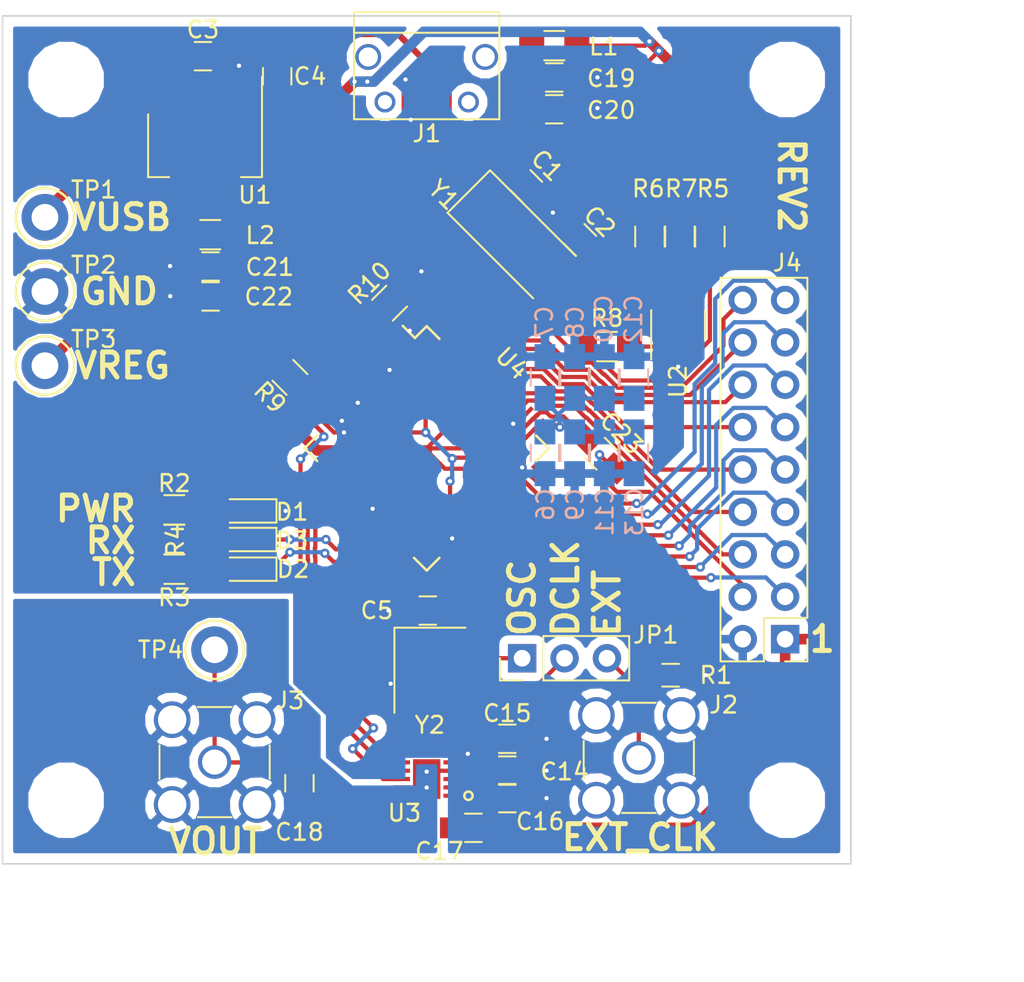
<source format=kicad_pcb>
(kicad_pcb (version 4) (host pcbnew 4.0.6)
  (layers (0 F.Cu signal) (31 B.Cu signal) (34 B.Paste user hide) (35 F.Paste user hide) (36 B.SilkS user) (37 F.SilkS user) (38 B.Mask user) (39 F.Mask user hide) (44 Edge.Cuts user))
  (net 0 "")
  (net 1 "Net-(C3-Pad1)")
  (net 2 GNDA)
  (net 3 +3V3)
  (net 4 "Net-(C10-Pad1)")
  (net 5 "Net-(C14-Pad1)")
  (net 6 "Net-(C17-Pad2)")
  (net 7 "Net-(C18-Pad1)")
  (net 8 FTVPHY)
  (net 9 FTVPLL)
  (net 10 "Net-(D1-Pad2)")
  (net 11 "Net-(D2-Pad2)")
  (net 12 FTTXLED)
  (net 13 "Net-(D3-Pad2)")
  (net 14 FTRXLED)
  (net 15 USB_D-)
  (net 16 USB_D+)
  (net 17 "Net-(J2-Pad1)")
  (net 18 "Net-(J4-Pad3)")
  (net 19 "Net-(J4-Pad4)")
  (net 20 "Net-(J4-Pad5)")
  (net 21 "Net-(J4-Pad6)")
  (net 22 "Net-(J4-Pad7)")
  (net 23 "Net-(J4-Pad8)")
  (net 24 "Net-(J4-Pad9)")
  (net 25 "Net-(J4-Pad10)")
  (net 26 "Net-(J4-Pad11)")
  (net 27 "Net-(J4-Pad12)")
  (net 28 "Net-(J4-Pad13)")
  (net 29 "Net-(J4-Pad14)")
  (net 30 "Net-(J4-Pad15)")
  (net 31 "Net-(J4-Pad16)")
  (net 32 "Net-(J4-Pad17)")
  (net 33 "Net-(J4-Pad18)")
  (net 34 "Net-(JP1-Pad1)")
  (net 35 DAC_CLK)
  (net 36 EEDATA)
  (net 37 EECS)
  (net 38 EECLK)
  (net 39 "Net-(R8-Pad2)")
  (net 40 "Net-(R9-Pad1)")
  (net 41 "Net-(R10-Pad1)")
  (net 42 FTOSC-)
  (net 43 FTOSC+)
  (net 44 /SDATA)
  (net 45 /SCK)
  (net 46 /~FSYNC)
  (net 47 "Net-(U4-Pad18)")
  (net 48 "Net-(U4-Pad21)")
  (net 49 "Net-(U4-Pad22)")
  (net 50 "Net-(U4-Pad23)")
  (net 51 "Net-(U4-Pad24)")
  (net 52 "Net-(U4-Pad26)")
  (net 53 "Net-(U4-Pad27)")
  (net 54 "Net-(U4-Pad28)")
  (net 55 "Net-(U4-Pad32)")
  (net 56 "Net-(U4-Pad33)")
  (net 57 "Net-(U4-Pad34)")
  (net 58 "Net-(U4-Pad36)")
  (net 59 "Net-(U4-Pad60)")
  (net 60 "Net-(Y2-Pad1)")
  (module USB_Micro-B-circular (layer F.Cu) (at 48.26 21.59 180)
    (fp_text reference J1 (at 0 -3.24 180) (layer F.SilkS))
    (fp_text value USB_B)
    (pad 1 smd rect (at -1.3 -1.35 270) (size 1.35 0.4) (layers F.Cu F.Paste F.Mask) (net 1 "Net-(C3-Pad1)"))
    (pad 2 smd rect (at -0.65 -1.35 270) (size 1.35 0.4) (layers F.Cu F.Paste F.Mask) (net 15 USB_D-))
    (pad 3 smd rect (at 0 -1.35 270) (size 1.35 0.4) (layers F.Cu F.Paste F.Mask) (net 16 USB_D+))
    (pad 4 smd rect (at 0.65 -1.35 270) (size 1.35 0.4) (layers F.Cu F.Paste F.Mask) (net 2 GNDA))
    (pad 5 smd rect (at 1.3 -1.35 270) (size 1.35 0.4) (layers F.Cu F.Paste F.Mask) (net 2 GNDA))
    (pad 6 thru_hole circle (at -2.5 -1.35 270) (size 1.25 1.25) (drill 0.85) (layers *.Cu *.Mask))
    (pad 6 thru_hole circle (at 2.5 -1.35 270) (size 1.25 1.25) (drill 0.85) (layers *.Cu *.Mask))
    (pad 6 thru_hole circle (at -3.5 1.35 270) (size 1.55 1.55) (drill 1.15) (layers *.Cu *.Mask))
    (pad 6 thru_hole circle (at 3.5 1.35 270) (size 1.55 1.55) (drill 1.15) (layers *.Cu *.Mask))
  )
  (module Mounting_Holes:MountingHole_3.5mm (layer F.Cu) (at 69.85 64.77)
    (fp_text reference "" (at 0 -4.5) (layer F.SilkS))
    (fp_text value MountingHole_3.5mm)
    (pad 1 np_thru_hole circle (at 0 0) (size 3.5 3.5) (drill 3.5) (layers *.Cu *.Mask))
  )
  (module Mounting_Holes:MountingHole_3.5mm (layer F.Cu) (at 26.67 64.77)
    (fp_text reference "" (at 0 -4.5) (layer F.SilkS))
    (fp_text value MountingHole_3.5mm)
    (pad 1 np_thru_hole circle (at 0 0) (size 3.5 3.5) (drill 3.5) (layers *.Cu *.Mask))
  )
  (module Mounting_Holes:MountingHole_3.5mm (layer F.Cu) (at 69.85 21.59)
    (fp_text reference "" (at 0 -4.5) (layer F.SilkS))
    (fp_text value MountingHole_3.5mm)
    (pad 1 np_thru_hole circle (at 0 0) (size 3.5 3.5) (drill 3.5) (layers *.Cu *.Mask))
  )
  (module Capacitors_SMD:C_0805_HandSoldering (layer F.Cu) (at 54.220913 27.968664 315)
    (fp_text reference C1 (at 0 -1.75 315) (layer F.SilkS))
    (fp_text value 27p)
    (pad 1 smd rect (at -1.25 0 315) (size 1.5 1.25) (layers F.Cu F.Paste F.Mask) (net 42 FTOSC-))
    (pad 2 smd rect (at 1.25 0 315) (size 1.5 1.25) (layers F.Cu F.Paste F.Mask) (net 2 GNDA))
  )
  (module Capacitors_SMD:C_0805_HandSoldering (layer F.Cu) (at 57.453805 31.201556 135)
    (fp_text reference C2 (at -0.038282 1.597532 135) (layer F.SilkS))
    (fp_text value 27p)
    (pad 1 smd rect (at -1.25 0 135) (size 1.5 1.25) (layers F.Cu F.Paste F.Mask) (net 43 FTOSC+))
    (pad 2 smd rect (at 1.25 0 135) (size 1.5 1.25) (layers F.Cu F.Paste F.Mask) (net 2 GNDA))
  )
  (module Capacitors_SMD:C_0805_HandSoldering (layer F.Cu) (at 34.8615 20.193)
    (fp_text reference C3 (at 0 -1.5875) (layer F.SilkS))
    (fp_text value 100n)
    (pad 1 smd rect (at -1.25 0) (size 1.5 1.25) (layers F.Cu F.Paste F.Mask) (net 1 "Net-(C3-Pad1)"))
    (pad 2 smd rect (at 1.25 0) (size 1.5 1.25) (layers F.Cu F.Paste F.Mask) (net 2 GNDA))
  )
  (module Capacitors_SMD:C_0805_HandSoldering (layer F.Cu) (at 39.3065 21.3995 90)
    (fp_text reference C4 (at 0 1.9685 180) (layer F.SilkS))
    (fp_text value 10u)
    (pad 1 smd rect (at -1.25 0 90) (size 1.5 1.25) (layers F.Cu F.Paste F.Mask) (net 3 +3V3))
    (pad 2 smd rect (at 1.25 0 90) (size 1.5 1.25) (layers F.Cu F.Paste F.Mask) (net 2 GNDA))
  )
  (module Capacitors_SMD:C_0805_HandSoldering (layer F.Cu) (at 48.3235 53.4035 180)
    (fp_text reference C5 (at 3.048 0 180) (layer F.SilkS))
    (fp_text value 100n)
    (pad 1 smd rect (at -1.25 0 180) (size 1.5 1.25) (layers F.Cu F.Paste F.Mask) (net 3 +3V3))
    (pad 2 smd rect (at 1.25 0 180) (size 1.5 1.25) (layers F.Cu F.Paste F.Mask) (net 2 GNDA))
  )
  (module Capacitors_SMD:C_0805_HandSoldering (layer B.Cu) (at 55.339561 43.952298 270)
    (fp_text reference C6 (at 3.101202 -0.032439 270) (layer B.SilkS) (effects (justify mirror)))
    (fp_text value 3.3u)
    (pad 1 smd rect (at -1.25 0 270) (size 1.5 1.25) (layers B.Cu B.Paste B.Mask) (net 4 "Net-(C10-Pad1)"))
    (pad 2 smd rect (at 1.25 0 270) (size 1.5 1.25) (layers B.Cu B.Paste B.Mask) (net 2 GNDA))
  )
  (module Capacitors_SMD:C_0805_HandSoldering (layer B.Cu) (at 55.339561 39.443797 90)
    (fp_text reference C7 (at 3.312297 -0.031061 90) (layer B.SilkS) (effects (justify mirror)))
    (fp_text value 100n)
    (pad 1 smd rect (at -1.25 0 90) (size 1.5 1.25) (layers B.Cu B.Paste B.Mask) (net 4 "Net-(C10-Pad1)"))
    (pad 2 smd rect (at 1.25 0 90) (size 1.5 1.25) (layers B.Cu B.Paste B.Mask) (net 2 GNDA))
  )
  (module Capacitors_SMD:C_0805_HandSoldering (layer B.Cu) (at 57.117562 39.443797 90)
    (fp_text reference C8 (at 3.312297 0.032438 90) (layer B.SilkS) (effects (justify mirror)))
    (fp_text value 100n)
    (pad 1 smd rect (at -1.25 0 90) (size 1.5 1.25) (layers B.Cu B.Paste B.Mask) (net 4 "Net-(C10-Pad1)"))
    (pad 2 smd rect (at 1.25 0 90) (size 1.5 1.25) (layers B.Cu B.Paste B.Mask) (net 2 GNDA))
  )
  (module Capacitors_SMD:C_0805_HandSoldering (layer B.Cu) (at 57.117562 43.952298 270)
    (fp_text reference C9 (at 3.101202 -0.032438 270) (layer B.SilkS) (effects (justify mirror)))
    (fp_text value 100n)
    (pad 1 smd rect (at -1.25 0 270) (size 1.5 1.25) (layers B.Cu B.Paste B.Mask) (net 4 "Net-(C10-Pad1)"))
    (pad 2 smd rect (at 1.25 0 270) (size 1.5 1.25) (layers B.Cu B.Paste B.Mask) (net 2 GNDA))
  )
  (module Capacitors_SMD:C_0805_HandSoldering (layer B.Cu) (at 58.895562 39.443797 90)
    (fp_text reference C10 (at 3.502797 -0.031062 90) (layer B.SilkS) (effects (justify mirror)))
    (fp_text value 100n)
    (pad 1 smd rect (at -1.25 0 90) (size 1.5 1.25) (layers B.Cu B.Paste B.Mask) (net 4 "Net-(C10-Pad1)"))
    (pad 2 smd rect (at 1.25 0 90) (size 1.5 1.25) (layers B.Cu B.Paste B.Mask) (net 2 GNDA))
  )
  (module Capacitors_SMD:C_0805_HandSoldering (layer B.Cu) (at 58.895562 43.952298 270)
    (fp_text reference C11 (at 3.545702 -0.032438 270) (layer B.SilkS) (effects (justify mirror)))
    (fp_text value 100n)
    (pad 1 smd rect (at -1.25 0 270) (size 1.5 1.25) (layers B.Cu B.Paste B.Mask) (net 4 "Net-(C10-Pad1)"))
    (pad 2 smd rect (at 1.25 0 270) (size 1.5 1.25) (layers B.Cu B.Paste B.Mask) (net 2 GNDA))
  )
  (module Capacitors_SMD:C_0805_HandSoldering (layer B.Cu) (at 60.673562 39.443797 90)
    (fp_text reference C12 (at 3.502797 -0.031062 90) (layer B.SilkS) (effects (justify mirror)))
    (fp_text value 100n)
    (pad 1 smd rect (at -1.25 0 90) (size 1.5 1.25) (layers B.Cu B.Paste B.Mask) (net 4 "Net-(C10-Pad1)"))
    (pad 2 smd rect (at 1.25 0 90) (size 1.5 1.25) (layers B.Cu B.Paste B.Mask) (net 2 GNDA))
  )
  (module Capacitors_SMD:C_0805_HandSoldering (layer B.Cu) (at 60.673562 43.952298 270)
    (fp_text reference C13 (at 3.545702 -0.032438 270) (layer B.SilkS) (effects (justify mirror)))
    (fp_text value 100n)
    (pad 1 smd rect (at -1.25 0 270) (size 1.5 1.25) (layers B.Cu B.Paste B.Mask) (net 4 "Net-(C10-Pad1)"))
    (pad 2 smd rect (at 1.25 0 270) (size 1.5 1.25) (layers B.Cu B.Paste B.Mask) (net 2 GNDA))
  )
  (module Capacitors_SMD:C_0805_HandSoldering (layer F.Cu) (at 53.086 62.992)
    (fp_text reference C14 (at 3.429 0.0635) (layer F.SilkS))
    (fp_text value 100n)
    (pad 1 smd rect (at -1.25 0) (size 1.5 1.25) (layers F.Cu F.Paste F.Mask) (net 5 "Net-(C14-Pad1)"))
    (pad 2 smd rect (at 1.25 0) (size 1.5 1.25) (layers F.Cu F.Paste F.Mask) (net 2 GNDA))
  )
  (module Capacitors_SMD:C_0805_HandSoldering (layer F.Cu) (at 53.086 61.087)
    (fp_text reference C15 (at 0 -1.524) (layer F.SilkS))
    (fp_text value 10u)
    (pad 1 smd rect (at -1.25 0) (size 1.5 1.25) (layers F.Cu F.Paste F.Mask) (net 5 "Net-(C14-Pad1)"))
    (pad 2 smd rect (at 1.25 0) (size 1.5 1.25) (layers F.Cu F.Paste F.Mask) (net 2 GNDA))
  )
  (module Capacitors_SMD:C_0805_HandSoldering (layer F.Cu) (at 53.086 64.643)
    (fp_text reference C16 (at 1.9685 1.397) (layer F.SilkS))
    (fp_text value 100n)
    (pad 1 smd rect (at -1.25 0) (size 1.5 1.25) (layers F.Cu F.Paste F.Mask) (net 3 +3V3))
    (pad 2 smd rect (at 1.25 0) (size 1.5 1.25) (layers F.Cu F.Paste F.Mask) (net 2 GNDA))
  )
  (module Capacitors_SMD:C_0805_HandSoldering (layer F.Cu) (at 51.054 66.421 180)
    (fp_text reference C17 (at 2.032 -1.397 180) (layer F.SilkS))
    (fp_text value 10n)
    (pad 1 smd rect (at -1.25 0 180) (size 1.5 1.25) (layers F.Cu F.Paste F.Mask) (net 3 +3V3))
    (pad 2 smd rect (at 1.25 0 180) (size 1.5 1.25) (layers F.Cu F.Paste F.Mask) (net 6 "Net-(C17-Pad2)"))
  )
  (module Capacitors_SMD:C_0805_HandSoldering (layer F.Cu) (at 40.64 63.754 270)
    (fp_text reference C18 (at 2.921 0 360) (layer F.SilkS))
    (fp_text value 100n)
    (pad 1 smd rect (at -1.25 0 270) (size 1.5 1.25) (layers F.Cu F.Paste F.Mask) (net 7 "Net-(C18-Pad1)"))
    (pad 2 smd rect (at 1.25 0 270) (size 1.5 1.25) (layers F.Cu F.Paste F.Mask) (net 2 GNDA))
  )
  (module Capacitors_SMD:C_0805_HandSoldering (layer F.Cu) (at 55.897784 21.467386)
    (fp_text reference C19 (at 3.411216 0.059114) (layer F.SilkS))
    (fp_text value 4.7u)
    (pad 1 smd rect (at -1.25 0) (size 1.5 1.25) (layers F.Cu F.Paste F.Mask) (net 8 FTVPHY))
    (pad 2 smd rect (at 1.25 0) (size 1.5 1.25) (layers F.Cu F.Paste F.Mask) (net 2 GNDA))
  )
  (module Capacitors_SMD:C_0805_HandSoldering (layer F.Cu) (at 55.897783 23.372386)
    (fp_text reference C20 (at 3.411217 0.059114) (layer F.SilkS))
    (fp_text value 100n)
    (pad 1 smd rect (at -1.25 0) (size 1.5 1.25) (layers F.Cu F.Paste F.Mask) (net 8 FTVPHY))
    (pad 2 smd rect (at 1.25 0) (size 1.5 1.25) (layers F.Cu F.Paste F.Mask) (net 2 GNDA))
  )
  (module Capacitors_SMD:C_0805_HandSoldering (layer F.Cu) (at 35.316728 32.790583 180)
    (fp_text reference C21 (at -3.545272 -0.038917 180) (layer F.SilkS))
    (fp_text value 4.7u)
    (pad 1 smd rect (at -1.25 0 180) (size 1.5 1.25) (layers F.Cu F.Paste F.Mask) (net 9 FTVPLL))
    (pad 2 smd rect (at 1.25 0 180) (size 1.5 1.25) (layers F.Cu F.Paste F.Mask) (net 2 GNDA))
  )
  (module Capacitors_SMD:C_0805_HandSoldering (layer F.Cu) (at 35.316728 34.586634 180)
    (fp_text reference C22 (at -3.481772 -0.020866 180) (layer F.SilkS))
    (fp_text value 100n)
    (pad 1 smd rect (at -1.25 0 180) (size 1.5 1.25) (layers F.Cu F.Paste F.Mask) (net 9 FTVPLL))
    (pad 2 smd rect (at 1.25 0 180) (size 1.5 1.25) (layers F.Cu F.Paste F.Mask) (net 2 GNDA))
  )
  (module Capacitors_SMD:C_0805_HandSoldering (layer F.Cu) (at 58.674 44.0055 315)
    (fp_text reference C23 (at 0 -1.75 315) (layer F.SilkS))
    (fp_text value 100n)
    (pad 1 smd rect (at -1.25 0 315) (size 1.5 1.25) (layers F.Cu F.Paste F.Mask) (net 3 +3V3))
    (pad 2 smd rect (at 1.25 0 315) (size 1.5 1.25) (layers F.Cu F.Paste F.Mask) (net 2 GNDA))
  )
  (module LEDs:LED_0805 (layer F.Cu) (at 37.465 47.4345 180)
    (fp_text reference D1 (at -2.7305 -0.0635 180) (layer F.SilkS))
    (fp_text value LED_Small)
    (pad 2 smd rect (at 1.1 0) (size 1.2 1.2) (layers F.Cu F.Paste F.Mask) (net 10 "Net-(D1-Pad2)"))
    (pad 1 smd rect (at -1.1 0) (size 1.2 1.2) (layers F.Cu F.Paste F.Mask) (net 2 GNDA))
  )
  (module LEDs:LED_0805 (layer F.Cu) (at 37.465 50.927 180)
    (fp_text reference D2 (at -2.794 0 180) (layer F.SilkS))
    (fp_text value LED_Small)
    (pad 2 smd rect (at 1.1 0) (size 1.2 1.2) (layers F.Cu F.Paste F.Mask) (net 11 "Net-(D2-Pad2)"))
    (pad 1 smd rect (at -1.1 0) (size 1.2 1.2) (layers F.Cu F.Paste F.Mask) (net 12 FTTXLED))
  )
  (module LEDs:LED_0805 (layer F.Cu) (at 37.465 49.149 180)
    (fp_text reference D3 (at -2.7305 -0.0635 180) (layer F.SilkS))
    (fp_text value LED_Small)
    (pad 2 smd rect (at 1.1 0) (size 1.2 1.2) (layers F.Cu F.Paste F.Mask) (net 13 "Net-(D3-Pad2)"))
    (pad 1 smd rect (at -1.1 0) (size 1.2 1.2) (layers F.Cu F.Paste F.Mask) (net 14 FTRXLED))
  )
  (module Connectors:SMA_THT_Jack_Straight (layer F.Cu) (at 60.96 62.23)
    (fp_text reference J2 (at 5.08 -3.175) (layer F.SilkS))
    (fp_text value EXT_CLK)
    (pad 2 thru_hole circle (at -2.54 2.54) (size 2.2 2.2) (drill 1.7) (layers *.Cu *.Mask) (net 2 GNDA))
    (pad 2 thru_hole circle (at -2.54 -2.54) (size 2.2 2.2) (drill 1.7) (layers *.Cu *.Mask) (net 2 GNDA))
    (pad 2 thru_hole circle (at 2.54 -2.54) (size 2.2 2.2) (drill 1.7) (layers *.Cu *.Mask) (net 2 GNDA))
    (pad 2 thru_hole circle (at 2.54 2.54) (size 2.2 2.2) (drill 1.7) (layers *.Cu *.Mask) (net 2 GNDA))
    (pad 1 thru_hole circle (at 0 0) (size 2 2) (drill 1.5) (layers *.Cu *.Mask) (net 17 "Net-(J2-Pad1)"))
  )
  (module Connectors:SMA_THT_Jack_Straight (layer F.Cu) (at 35.56 62.484)
    (fp_text reference J3 (at 4.5085 -3.683) (layer F.SilkS))
    (fp_text value VOUT)
    (pad 2 thru_hole circle (at -2.54 2.54) (size 2.2 2.2) (drill 1.7) (layers *.Cu *.Mask) (net 2 GNDA))
    (pad 2 thru_hole circle (at -2.54 -2.54) (size 2.2 2.2) (drill 1.7) (layers *.Cu *.Mask) (net 2 GNDA))
    (pad 2 thru_hole circle (at 2.54 -2.54) (size 2.2 2.2) (drill 1.7) (layers *.Cu *.Mask) (net 2 GNDA))
    (pad 2 thru_hole circle (at 2.54 2.54) (size 2.2 2.2) (drill 1.7) (layers *.Cu *.Mask) (net 2 GNDA))
    (pad 1 thru_hole circle (at 0 0) (size 2 2) (drill 1.5) (layers *.Cu *.Mask) (net 7 "Net-(C18-Pad1)"))
  )
  (module Pin_Headers:Pin_Header_Straight_2x09_Pitch2.54mm (layer F.Cu) (at 69.723 55.118 180)
    (fp_text reference J4 (at -0.127 22.5425 360) (layer F.SilkS))
    (fp_text value CONN_02X09)
    (pad 1 thru_hole rect (at 0 0 180) (size 1.7 1.7) (drill 1) (layers *.Cu *.Mask) (net 3 +3V3))
    (pad 2 thru_hole oval (at 2.54 0 180) (size 1.7 1.7) (drill 1) (layers *.Cu *.Mask) (net 2 GNDA))
    (pad 3 thru_hole oval (at 0 2.54 180) (size 1.7 1.7) (drill 1) (layers *.Cu *.Mask) (net 18 "Net-(J4-Pad3)"))
    (pad 4 thru_hole oval (at 2.54 2.54 180) (size 1.7 1.7) (drill 1) (layers *.Cu *.Mask) (net 19 "Net-(J4-Pad4)"))
    (pad 5 thru_hole oval (at 0 5.08 180) (size 1.7 1.7) (drill 1) (layers *.Cu *.Mask) (net 20 "Net-(J4-Pad5)"))
    (pad 6 thru_hole oval (at 2.54 5.08 180) (size 1.7 1.7) (drill 1) (layers *.Cu *.Mask) (net 21 "Net-(J4-Pad6)"))
    (pad 7 thru_hole oval (at 0 7.62 180) (size 1.7 1.7) (drill 1) (layers *.Cu *.Mask) (net 22 "Net-(J4-Pad7)"))
    (pad 8 thru_hole oval (at 2.54 7.62 180) (size 1.7 1.7) (drill 1) (layers *.Cu *.Mask) (net 23 "Net-(J4-Pad8)"))
    (pad 9 thru_hole oval (at 0 10.16 180) (size 1.7 1.7) (drill 1) (layers *.Cu *.Mask) (net 24 "Net-(J4-Pad9)"))
    (pad 10 thru_hole oval (at 2.54 10.16 180) (size 1.7 1.7) (drill 1) (layers *.Cu *.Mask) (net 25 "Net-(J4-Pad10)"))
    (pad 11 thru_hole oval (at 0 12.7 180) (size 1.7 1.7) (drill 1) (layers *.Cu *.Mask) (net 26 "Net-(J4-Pad11)"))
    (pad 12 thru_hole oval (at 2.54 12.7 180) (size 1.7 1.7) (drill 1) (layers *.Cu *.Mask) (net 27 "Net-(J4-Pad12)"))
    (pad 13 thru_hole oval (at 0 15.24 180) (size 1.7 1.7) (drill 1) (layers *.Cu *.Mask) (net 28 "Net-(J4-Pad13)"))
    (pad 14 thru_hole oval (at 2.54 15.24 180) (size 1.7 1.7) (drill 1) (layers *.Cu *.Mask) (net 29 "Net-(J4-Pad14)"))
    (pad 15 thru_hole oval (at 0 17.78 180) (size 1.7 1.7) (drill 1) (layers *.Cu *.Mask) (net 30 "Net-(J4-Pad15)"))
    (pad 16 thru_hole oval (at 2.54 17.78 180) (size 1.7 1.7) (drill 1) (layers *.Cu *.Mask) (net 31 "Net-(J4-Pad16)"))
    (pad 17 thru_hole oval (at 0 20.32 180) (size 1.7 1.7) (drill 1) (layers *.Cu *.Mask) (net 32 "Net-(J4-Pad17)"))
    (pad 18 thru_hole oval (at 2.54 20.32 180) (size 1.7 1.7) (drill 1) (layers *.Cu *.Mask) (net 33 "Net-(J4-Pad18)"))
  )
  (module Pin_Headers:Pin_Header_Straight_1x03_Pitch2.54mm (layer F.Cu) (at 53.975 56.261 90)
    (fp_text reference JP1 (at 1.397 8.001 360) (layer F.SilkS))
    (fp_text value CLK_SELECT)
    (pad 1 thru_hole rect (at 0 0 90) (size 1.7 1.7) (drill 1) (layers *.Cu *.Mask) (net 34 "Net-(JP1-Pad1)"))
    (pad 2 thru_hole oval (at 0 2.54 90) (size 1.7 1.7) (drill 1) (layers *.Cu *.Mask) (net 35 DAC_CLK))
    (pad 3 thru_hole oval (at 0 5.08 90) (size 1.7 1.7) (drill 1) (layers *.Cu *.Mask) (net 17 "Net-(J2-Pad1)"))
  )
  (module Inductors_SMD:L_0805_HandSoldering (layer F.Cu) (at 55.897784 19.562387 180)
    (fp_text reference L1 (at -2.966716 -0.059113 180) (layer F.SilkS))
    (fp_text value 800m)
    (pad 1 smd rect (at -1.35 0 180) (size 1.5 1.3) (layers F.Cu F.Paste F.Mask) (net 3 +3V3))
    (pad 2 smd rect (at 1.35 0 180) (size 1.5 1.3) (layers F.Cu F.Paste F.Mask) (net 8 FTVPHY))
  )
  (module Inductors_SMD:L_0805_HandSoldering (layer F.Cu) (at 35.3022 30.8864)
    (fp_text reference L2 (at 2.9883 0.0381) (layer F.SilkS))
    (fp_text value 800m)
    (pad 1 smd rect (at -1.35 0) (size 1.5 1.3) (layers F.Cu F.Paste F.Mask) (net 3 +3V3))
    (pad 2 smd rect (at 1.35 0) (size 1.5 1.3) (layers F.Cu F.Paste F.Mask) (net 9 FTVPLL))
  )
  (module Resistors_SMD:R_0603_HandSoldering (layer F.Cu) (at 62.865 57.277)
    (fp_text reference R1 (at 2.71 0) (layer F.SilkS))
    (fp_text value 50)
    (pad 1 smd rect (at -1.1 0) (size 1.2 0.9) (layers F.Cu F.Paste F.Mask) (net 17 "Net-(J2-Pad1)"))
    (pad 2 smd rect (at 1.1 0) (size 1.2 0.9) (layers F.Cu F.Paste F.Mask) (net 2 GNDA))
  )
  (module Resistors_SMD:R_0805_HandSoldering (layer F.Cu) (at 33.147 47.371 180)
    (fp_text reference R2 (at 0 1.5875 180) (layer F.SilkS))
    (fp_text value 470)
    (pad 1 smd rect (at -1.35 0 180) (size 1.5 1.3) (layers F.Cu F.Paste F.Mask) (net 10 "Net-(D1-Pad2)"))
    (pad 2 smd rect (at 1.35 0 180) (size 1.5 1.3) (layers F.Cu F.Paste F.Mask) (net 3 +3V3))
  )
  (module Resistors_SMD:R_0805_HandSoldering (layer F.Cu) (at 33.147 50.927 180)
    (fp_text reference R3 (at 0 -1.7 180) (layer F.SilkS))
    (fp_text value 470)
    (pad 1 smd rect (at -1.35 0 180) (size 1.5 1.3) (layers F.Cu F.Paste F.Mask) (net 11 "Net-(D2-Pad2)"))
    (pad 2 smd rect (at 1.35 0 180) (size 1.5 1.3) (layers F.Cu F.Paste F.Mask) (net 3 +3V3))
  )
  (module Resistors_SMD:R_0805_HandSoldering (layer F.Cu) (at 33.147 49.149 180)
    (fp_text reference R4 (at -0.0635 -0.0635 270) (layer F.SilkS))
    (fp_text value 470)
    (pad 1 smd rect (at -1.35 0 180) (size 1.5 1.3) (layers F.Cu F.Paste F.Mask) (net 13 "Net-(D3-Pad2)"))
    (pad 2 smd rect (at 1.35 0 180) (size 1.5 1.3) (layers F.Cu F.Paste F.Mask) (net 3 +3V3))
  )
  (module Resistors_SMD:R_0805_HandSoldering (layer F.Cu) (at 65.217519 30.997991 270)
    (fp_text reference R5 (at -2.867491 -0.187481 360) (layer F.SilkS))
    (fp_text value 10k)
    (pad 1 smd rect (at -1.35 0 270) (size 1.5 1.3) (layers F.Cu F.Paste F.Mask) (net 3 +3V3))
    (pad 2 smd rect (at 1.35 0 270) (size 1.5 1.3) (layers F.Cu F.Paste F.Mask) (net 36 EEDATA))
  )
  (module Resistors_SMD:R_0805_HandSoldering (layer F.Cu) (at 61.625416 30.997991 270)
    (fp_text reference R6 (at -2.867491 0.093916 360) (layer F.SilkS))
    (fp_text value 10k)
    (pad 1 smd rect (at -1.35 0 270) (size 1.5 1.3) (layers F.Cu F.Paste F.Mask) (net 3 +3V3))
    (pad 2 smd rect (at 1.35 0 270) (size 1.5 1.3) (layers F.Cu F.Paste F.Mask) (net 37 EECS))
  )
  (module Resistors_SMD:R_0805_HandSoldering (layer F.Cu) (at 63.421467 30.997991 270)
    (fp_text reference R7 (at -2.867491 -0.078533 360) (layer F.SilkS))
    (fp_text value 10k)
    (pad 1 smd rect (at -1.35 0 270) (size 1.5 1.3) (layers F.Cu F.Paste F.Mask) (net 3 +3V3))
    (pad 2 smd rect (at 1.35 0 270) (size 1.5 1.3) (layers F.Cu F.Paste F.Mask) (net 38 EECLK))
  )
  (module Resistors_SMD:R_0805_HandSoldering (layer F.Cu) (at 59.055 37.592)
    (fp_text reference R8 (at 0 -1.7) (layer F.SilkS))
    (fp_text value 2.2k)
    (pad 1 smd rect (at -1.35 0) (size 1.5 1.3) (layers F.Cu F.Paste F.Mask) (net 36 EEDATA))
    (pad 2 smd rect (at 1.35 0) (size 1.5 1.3) (layers F.Cu F.Paste F.Mask) (net 39 "Net-(R8-Pad2)"))
  )
  (module Resistors_SMD:R_0805_HandSoldering (layer F.Cu) (at 40.0685 39.4335 135)
    (fp_text reference R9 (at 0 -1.7 135) (layer F.SilkS))
    (fp_text value 1k)
    (pad 1 smd rect (at -1.35 0 135) (size 1.5 1.3) (layers F.Cu F.Paste F.Mask) (net 40 "Net-(R9-Pad1)"))
    (pad 2 smd rect (at 1.35 0 135) (size 1.5 1.3) (layers F.Cu F.Paste F.Mask) (net 3 +3V3))
  )
  (module Resistors_SMD:R_0805_HandSoldering (layer F.Cu) (at 46.0375 34.9885 45)
    (fp_text reference R10 (at 0 -1.7 45) (layer F.SilkS))
    (fp_text value 12k)
    (pad 1 smd rect (at -1.35 0 45) (size 1.5 1.3) (layers F.Cu F.Paste F.Mask) (net 41 "Net-(R10-Pad1)"))
    (pad 2 smd rect (at 1.35 0 45) (size 1.5 1.3) (layers F.Cu F.Paste F.Mask) (net 2 GNDA))
  )
  (module WG:SOT-223 (layer F.Cu) (at 34.9885 25.527 270)
    (fp_text reference U1 (at 2.9845 -2.9845 360) (layer F.SilkS))
    (fp_text value LD1117S33TR)
    (pad 4 smd rect (at 3.15 0 270) (size 2 3.8) (layers F.Cu F.Paste F.Mask))
    (pad 2 smd rect (at -3.15 0 270) (size 2 1.5) (layers F.Cu F.Paste F.Mask) (net 3 +3V3))
    (pad 3 smd rect (at -3.15 2.3 270) (size 2 1.5) (layers F.Cu F.Paste F.Mask) (net 1 "Net-(C3-Pad1)"))
    (pad 1 smd rect (at -3.15 -2.3 270) (size 2 1.5) (layers F.Cu F.Paste F.Mask) (net 2 GNDA))
  )
  (module TO_SOT_Packages_SMD:SOT-23-6_Handsoldering (layer F.Cu) (at 63.312 36.3055 90)
    (fp_text reference U2 (at -3.382 -0.0025 90) (layer F.SilkS))
    (fp_text value 93LC46BT)
    (pad 1 smd rect (at -1.35 -0.95 90) (size 1.56 0.65) (layers F.Cu F.Paste F.Mask) (net 39 "Net-(R8-Pad2)"))
    (pad 2 smd rect (at -1.35 0 90) (size 1.56 0.65) (layers F.Cu F.Paste F.Mask) (net 2 GNDA))
    (pad 3 smd rect (at -1.35 0.95 90) (size 1.56 0.65) (layers F.Cu F.Paste F.Mask) (net 36 EEDATA))
    (pad 4 smd rect (at 1.35 0.95 90) (size 1.56 0.65) (layers F.Cu F.Paste F.Mask) (net 38 EECLK))
    (pad 6 smd rect (at 1.35 -0.95 90) (size 1.56 0.65) (layers F.Cu F.Paste F.Mask) (net 3 +3V3))
    (pad 5 smd rect (at 1.35 0 90) (size 1.56 0.65) (layers F.Cu F.Paste F.Mask) (net 37 EECS))
  )
  (module WG:AD9837 (layer F.Cu) (at 48.26 63.5 180)
    (fp_text reference U3 (at 1.3335 -2.032 180) (layer F.SilkS))
    (fp_text value AD9837)
    (pad 11 smd rect (at 0 0 180) (size 1.64 2.38) (layers F.Cu F.Paste F.Mask) (net 2 GNDA))
    (pad 1 smd rect (at -1.5 -1 180) (size 1 0.25) (layers F.Cu F.Paste F.Mask) (net 6 "Net-(C17-Pad2)"))
    (pad 2 smd rect (at -1.5 -0.5 180) (size 1 0.25) (layers F.Cu F.Paste F.Mask) (net 3 +3V3))
    (pad 3 smd rect (at -1.5 0 180) (size 1 0.25) (layers F.Cu F.Paste F.Mask) (net 5 "Net-(C14-Pad1)"))
    (pad 4 smd rect (at -1.5 0.5 180) (size 1 0.25) (layers F.Cu F.Paste F.Mask) (net 2 GNDA))
    (pad 5 smd rect (at -1.5 1 180) (size 1 0.25) (layers F.Cu F.Paste F.Mask) (net 35 DAC_CLK))
    (pad 6 smd rect (at 1.5 1 180) (size 1 0.25) (layers F.Cu F.Paste F.Mask) (net 44 /SDATA))
    (pad 7 smd rect (at 1.5 0.5 180) (size 1 0.25) (layers F.Cu F.Paste F.Mask) (net 45 /SCK))
    (pad 8 smd rect (at 1.5 0 180) (size 1 0.25) (layers F.Cu F.Paste F.Mask) (net 46 /~FSYNC))
    (pad 9 smd rect (at 1.5 -0.5 180) (size 1 0.25) (layers F.Cu F.Paste F.Mask) (net 2 GNDA))
    (pad 10 smd rect (at 1.5 -1 180) (size 1 0.25) (layers F.Cu F.Paste F.Mask) (net 7 "Net-(C18-Pad1)"))
  )
  (module Housings_QFP:LQFP-64_10x10mm_Pitch0.5mm (layer F.Cu) (at 48.26 43.688 315)
    (fp_text reference U4 (at 0 -7.2 315) (layer F.SilkS))
    (fp_text value FT2232H)
    (pad 1 smd rect (at -5.7 -3.75 315) (size 1 0.25) (layers F.Cu F.Paste F.Mask) (net 2 GNDA))
    (pad 2 smd rect (at -5.7 -3.25 315) (size 1 0.25) (layers F.Cu F.Paste F.Mask) (net 42 FTOSC-))
    (pad 3 smd rect (at -5.7 -2.75 315) (size 1 0.25) (layers F.Cu F.Paste F.Mask) (net 43 FTOSC+))
    (pad 4 smd rect (at -5.7 -2.25 315) (size 1 0.25) (layers F.Cu F.Paste F.Mask) (net 8 FTVPHY))
    (pad 5 smd rect (at -5.7 -1.75 315) (size 1 0.25) (layers F.Cu F.Paste F.Mask) (net 2 GNDA))
    (pad 6 smd rect (at -5.7 -1.25 315) (size 1 0.25) (layers F.Cu F.Paste F.Mask) (net 41 "Net-(R10-Pad1)"))
    (pad 7 smd rect (at -5.7 -0.75 315) (size 1 0.25) (layers F.Cu F.Paste F.Mask) (net 15 USB_D-))
    (pad 8 smd rect (at -5.7 -0.25 315) (size 1 0.25) (layers F.Cu F.Paste F.Mask) (net 16 USB_D+))
    (pad 9 smd rect (at -5.7 0.25 315) (size 1 0.25) (layers F.Cu F.Paste F.Mask) (net 9 FTVPLL))
    (pad 10 smd rect (at -5.7 0.75 315) (size 1 0.25) (layers F.Cu F.Paste F.Mask) (net 2 GNDA))
    (pad 11 smd rect (at -5.7 1.25 315) (size 1 0.25) (layers F.Cu F.Paste F.Mask) (net 2 GNDA))
    (pad 12 smd rect (at -5.7 1.75 315) (size 1 0.25) (layers F.Cu F.Paste F.Mask) (net 4 "Net-(C10-Pad1)"))
    (pad 13 smd rect (at -5.7 2.25 315) (size 1 0.25) (layers F.Cu F.Paste F.Mask) (net 2 GNDA))
    (pad 14 smd rect (at -5.7 2.75 315) (size 1 0.25) (layers F.Cu F.Paste F.Mask) (net 40 "Net-(R9-Pad1)"))
    (pad 15 smd rect (at -5.7 3.25 315) (size 1 0.25) (layers F.Cu F.Paste F.Mask) (net 2 GNDA))
    (pad 16 smd rect (at -5.7 3.75 315) (size 1 0.25) (layers F.Cu F.Paste F.Mask) (net 45 /SCK))
    (pad 17 smd rect (at -3.75 5.7 45) (size 1 0.25) (layers F.Cu F.Paste F.Mask) (net 44 /SDATA))
    (pad 18 smd rect (at -3.25 5.7 45) (size 1 0.25) (layers F.Cu F.Paste F.Mask) (net 47 "Net-(U4-Pad18)"))
    (pad 19 smd rect (at -2.75 5.7 45) (size 1 0.25) (layers F.Cu F.Paste F.Mask) (net 46 /~FSYNC))
    (pad 20 smd rect (at -2.25 5.7 45) (size 1 0.25) (layers F.Cu F.Paste F.Mask) (net 3 +3V3))
    (pad 21 smd rect (at -1.75 5.7 45) (size 1 0.25) (layers F.Cu F.Paste F.Mask) (net 48 "Net-(U4-Pad21)"))
    (pad 22 smd rect (at -1.25 5.7 45) (size 1 0.25) (layers F.Cu F.Paste F.Mask) (net 49 "Net-(U4-Pad22)"))
    (pad 23 smd rect (at -0.75 5.7 45) (size 1 0.25) (layers F.Cu F.Paste F.Mask) (net 50 "Net-(U4-Pad23)"))
    (pad 24 smd rect (at -0.25 5.7 45) (size 1 0.25) (layers F.Cu F.Paste F.Mask) (net 51 "Net-(U4-Pad24)"))
    (pad 25 smd rect (at 0.25 5.7 45) (size 1 0.25) (layers F.Cu F.Paste F.Mask) (net 2 GNDA))
    (pad 26 smd rect (at 0.75 5.7 45) (size 1 0.25) (layers F.Cu F.Paste F.Mask) (net 52 "Net-(U4-Pad26)"))
    (pad 27 smd rect (at 1.25 5.7 45) (size 1 0.25) (layers F.Cu F.Paste F.Mask) (net 53 "Net-(U4-Pad27)"))
    (pad 28 smd rect (at 1.75 5.7 45) (size 1 0.25) (layers F.Cu F.Paste F.Mask) (net 54 "Net-(U4-Pad28)"))
    (pad 29 smd rect (at 2.25 5.7 45) (size 1 0.25) (layers F.Cu F.Paste F.Mask) (net 14 FTRXLED))
    (pad 30 smd rect (at 2.75 5.7 45) (size 1 0.25) (layers F.Cu F.Paste F.Mask) (net 12 FTTXLED))
    (pad 31 smd rect (at 3.25 5.7 45) (size 1 0.25) (layers F.Cu F.Paste F.Mask) (net 3 +3V3))
    (pad 32 smd rect (at 3.75 5.7 45) (size 1 0.25) (layers F.Cu F.Paste F.Mask) (net 55 "Net-(U4-Pad32)"))
    (pad 33 smd rect (at 5.7 3.75 315) (size 1 0.25) (layers F.Cu F.Paste F.Mask) (net 56 "Net-(U4-Pad33)"))
    (pad 34 smd rect (at 5.7 3.25 315) (size 1 0.25) (layers F.Cu F.Paste F.Mask) (net 57 "Net-(U4-Pad34)"))
    (pad 35 smd rect (at 5.7 2.75 315) (size 1 0.25) (layers F.Cu F.Paste F.Mask) (net 2 GNDA))
    (pad 36 smd rect (at 5.7 2.25 315) (size 1 0.25) (layers F.Cu F.Paste F.Mask) (net 58 "Net-(U4-Pad36)"))
    (pad 37 smd rect (at 5.7 1.75 315) (size 1 0.25) (layers F.Cu F.Paste F.Mask) (net 4 "Net-(C10-Pad1)"))
    (pad 38 smd rect (at 5.7 1.25 315) (size 1 0.25) (layers F.Cu F.Paste F.Mask) (net 18 "Net-(J4-Pad3)"))
    (pad 39 smd rect (at 5.7 0.75 315) (size 1 0.25) (layers F.Cu F.Paste F.Mask) (net 20 "Net-(J4-Pad5)"))
    (pad 40 smd rect (at 5.7 0.25 315) (size 1 0.25) (layers F.Cu F.Paste F.Mask) (net 22 "Net-(J4-Pad7)"))
    (pad 41 smd rect (at 5.7 -0.25 315) (size 1 0.25) (layers F.Cu F.Paste F.Mask) (net 24 "Net-(J4-Pad9)"))
    (pad 42 smd rect (at 5.7 -0.75 315) (size 1 0.25) (layers F.Cu F.Paste F.Mask) (net 3 +3V3))
    (pad 43 smd rect (at 5.7 -1.25 315) (size 1 0.25) (layers F.Cu F.Paste F.Mask) (net 26 "Net-(J4-Pad11)"))
    (pad 44 smd rect (at 5.7 -1.75 315) (size 1 0.25) (layers F.Cu F.Paste F.Mask) (net 28 "Net-(J4-Pad13)"))
    (pad 45 smd rect (at 5.7 -2.25 315) (size 1 0.25) (layers F.Cu F.Paste F.Mask) (net 30 "Net-(J4-Pad15)"))
    (pad 46 smd rect (at 5.7 -2.75 315) (size 1 0.25) (layers F.Cu F.Paste F.Mask) (net 32 "Net-(J4-Pad17)"))
    (pad 47 smd rect (at 5.7 -3.25 315) (size 1 0.25) (layers F.Cu F.Paste F.Mask) (net 2 GNDA))
    (pad 48 smd rect (at 5.7 -3.75 315) (size 1 0.25) (layers F.Cu F.Paste F.Mask) (net 19 "Net-(J4-Pad4)"))
    (pad 49 smd rect (at 3.75 -5.7 45) (size 1 0.25) (layers F.Cu F.Paste F.Mask) (net 4 "Net-(C10-Pad1)"))
    (pad 50 smd rect (at 3.25 -5.7 45) (size 1 0.25) (layers F.Cu F.Paste F.Mask) (net 3 +3V3))
    (pad 51 smd rect (at 2.75 -5.7 45) (size 1 0.25) (layers F.Cu F.Paste F.Mask) (net 2 GNDA))
    (pad 52 smd rect (at 2.25 -5.7 45) (size 1 0.25) (layers F.Cu F.Paste F.Mask) (net 21 "Net-(J4-Pad6)"))
    (pad 53 smd rect (at 1.75 -5.7 45) (size 1 0.25) (layers F.Cu F.Paste F.Mask) (net 23 "Net-(J4-Pad8)"))
    (pad 54 smd rect (at 1.25 -5.7 45) (size 1 0.25) (layers F.Cu F.Paste F.Mask) (net 25 "Net-(J4-Pad10)"))
    (pad 55 smd rect (at 0.75 -5.7 45) (size 1 0.25) (layers F.Cu F.Paste F.Mask) (net 27 "Net-(J4-Pad12)"))
    (pad 56 smd rect (at 0.25 -5.7 45) (size 1 0.25) (layers F.Cu F.Paste F.Mask) (net 3 +3V3))
    (pad 57 smd rect (at -0.25 -5.7 45) (size 1 0.25) (layers F.Cu F.Paste F.Mask) (net 29 "Net-(J4-Pad14)"))
    (pad 58 smd rect (at -0.75 -5.7 45) (size 1 0.25) (layers F.Cu F.Paste F.Mask) (net 31 "Net-(J4-Pad16)"))
    (pad 59 smd rect (at -1.25 -5.7 45) (size 1 0.25) (layers F.Cu F.Paste F.Mask) (net 33 "Net-(J4-Pad18)"))
    (pad 60 smd rect (at -1.75 -5.7 45) (size 1 0.25) (layers F.Cu F.Paste F.Mask) (net 59 "Net-(U4-Pad60)"))
    (pad 61 smd rect (at -2.25 -5.7 45) (size 1 0.25) (layers F.Cu F.Paste F.Mask) (net 36 EEDATA))
    (pad 62 smd rect (at -2.75 -5.7 45) (size 1 0.25) (layers F.Cu F.Paste F.Mask) (net 38 EECLK))
    (pad 63 smd rect (at -3.25 -5.7 45) (size 1 0.25) (layers F.Cu F.Paste F.Mask) (net 37 EECS))
    (pad 64 smd rect (at -3.75 -5.7 45) (size 1 0.25) (layers F.Cu F.Paste F.Mask) (net 4 "Net-(C10-Pad1)"))
  )
  (module Crystals:Crystal_SMD_5032-2pin_5.0x3.2mm_HandSoldering (layer F.Cu) (at 53.998881 31.51834 315)
    (fp_text reference Y1 (at -5.465738 1.213424 315) (layer F.SilkS))
    (fp_text value 12MHz)
    (pad 1 smd rect (at -2.6 0 315) (size 3.5 2.4) (layers F.Cu F.Paste F.Mask) (net 42 FTOSC-))
    (pad 2 smd rect (at 2.6 0 315) (size 3.5 2.4) (layers F.Cu F.Paste F.Mask) (net 43 FTOSC+))
  )
  (module Oscillators:Oscillator_SMD_Abracon_ASE-4pin_3.2x2.5mm_HandSoldering (layer F.Cu) (at 48.4505 56.9815 270)
    (fp_text reference Y2 (at 3.28 0 360) (layer F.SilkS))
    (fp_text value OXETGCJANF)
    (pad 1 smd rect (at -1.375 1.1 270) (size 1.95 1.65) (layers F.Cu F.Paste F.Mask) (net 60 "Net-(Y2-Pad1)"))
    (pad 2 smd rect (at 1.375 1.1 270) (size 1.95 1.65) (layers F.Cu F.Paste F.Mask) (net 2 GNDA))
    (pad 3 smd rect (at 1.375 -1.1 270) (size 1.95 1.65) (layers F.Cu F.Paste F.Mask) (net 34 "Net-(JP1-Pad1)"))
    (pad 4 smd rect (at -1.375 -1.1 270) (size 1.95 1.65) (layers F.Cu F.Paste F.Mask) (net 3 +3V3))
  )
  (module Measurement_Points:Test_Point_Keystone_5005-5009_Compact (layer F.Cu) (at 25.4 29.845)
    (fp_text reference TP1 (at 2.921 -1.651) (layer F.SilkS))
    (fp_text value VBUS)
    (pad 1 thru_hole circle (at 0 0) (size 2.8 2.8) (drill 1.6) (layers *.Cu *.Mask) (net 1 "Net-(C3-Pad1)"))
  )
  (module Measurement_Points:Test_Point_Keystone_5005-5009_Compact (layer F.Cu) (at 25.4 34.29)
    (fp_text reference TP2 (at 2.921 -1.5875) (layer F.SilkS))
    (fp_text value GND)
    (pad 1 thru_hole circle (at 0 0) (size 2.8 2.8) (drill 1.6) (layers *.Cu *.Mask) (net 2 GNDA))
  )
  (module Measurement_Points:Test_Point_Keystone_5005-5009_Compact (layer F.Cu) (at 25.4 38.735 180)
    (fp_text reference TP3 (at -2.921 1.5875 180) (layer F.SilkS))
    (fp_text value +3.3V)
    (pad 1 thru_hole circle (at 0 0 180) (size 2.8 2.8) (drill 1.6) (layers *.Cu *.Mask) (net 3 +3V3))
  )
  (module Measurement_Points:Test_Point_Keystone_5005-5009_Compact (layer F.Cu) (at 35.56 55.753)
    (fp_text reference TP4 (at -3.2385 0) (layer F.SilkS))
    (fp_text value VOUT)
    (pad 1 thru_hole circle (at 0 0) (size 2.8 2.8) (drill 1.6) (layers *.Cu *.Mask) (net 7 "Net-(C18-Pad1)"))
  )
  (module Mounting_Holes:MountingHole_3.5mm (layer F.Cu) (at 26.67 21.59)
    (fp_text reference "" (at 0 -4.5) (layer F.SilkS))
    (fp_text value MountingHole_3.5mm)
    (pad 1 np_thru_hole circle (at 0 0) (size 3.5 3.5) (drill 3.5) (layers *.Cu *.Mask))
  )
  (gr_text REV2 (at 70.104 27.94 270) (layer F.SilkS) (effects (font (size 1.5 1.5) (thickness 0.3))))
  (gr_text GND (at 29.845 34.29) (layer F.SilkS) (effects (font (size 1.5 1.5) (thickness 0.3))))
  (gr_text VREG (at 30.0355 38.735) (layer F.SilkS) (effects (font (size 1.5 1.5) (thickness 0.3))))
  (gr_text VUSB (at 30.0355 29.845) (layer F.SilkS) (effects (font (size 1.5 1.5) (thickness 0.3))))
  (gr_text 1 (at 71.9455 55.118) (layer F.SilkS) (effects (font (size 1.5 1.5) (thickness 0.3))))
  (gr_text OSC (at 53.975 52.6415 90) (layer F.SilkS) (effects (font (size 1.5 1.5) (thickness 0.3))))
  (gr_text EXT (at 59.055 52.959 90) (layer F.SilkS) (effects (font (size 1.5 1.5) (thickness 0.3))))
  (gr_text DCLK (at 56.5785 52.07 90) (layer F.SilkS) (effects (font (size 1.5 1.5) (thickness 0.3))))
  (gr_text PWR (at 28.448 47.3075) (layer F.SilkS) (effects (font (size 1.5 1.5) (thickness 0.3))))
  (gr_text RX (at 29.337 49.2125) (layer F.SilkS) (effects (font (size 1.5 1.5) (thickness 0.3))))
  (gr_text TX (at 29.5275 51.1175) (layer F.SilkS) (effects (font (size 1.5 1.5) (thickness 0.3))))
  (gr_text VOUT (at 35.6235 67.2465) (layer F.SilkS) (effects (font (size 1.5 1.5) (thickness 0.3))))
  (gr_text EXT_CLK (at 61.0235 66.9925) (layer F.SilkS) (effects (font (size 1.5 1.5) (thickness 0.3))))
  (gr_line (start 22.86 68.58) (end 22.86 17.78) (angle 90) (layer Edge.Cuts) (width 0.1))
  (gr_line (start 73.66 68.58) (end 22.86 68.58) (angle 90) (layer Edge.Cuts) (width 0.1))
  (gr_line (start 73.66 17.78) (end 73.66 68.58) (angle 90) (layer Edge.Cuts) (width 0.1))
  (gr_line (start 22.86 17.78) (end 73.66 17.78) (angle 90) (layer Edge.Cuts) (width 0.1))
  (segment (start 32.6885 22.377) (end 32.5505 22.377) (width 0.635) (layer F.Cu) (net 1))
  (segment (start 32.5505 22.377) (end 25.4 29.5275) (width 0.635) (layer F.Cu) (net 1))
  (segment (start 25.4 29.5275) (end 25.4 29.845) (width 0.635) (layer F.Cu) (net 1))
  (segment (start 32.4345 22.377) (end 32.4235 22.377) (width 0.381) (layer F.Cu) (net 1))
  (segment (start 25.4 29.4005) (end 25.4 29.845) (width 0.381) (layer F.Cu) (net 1))
  (segment (start 49.56 22.94) (end 49.56 21.884) (width 0.381) (layer F.Cu) (net 1))
  (segment (start 49.56 21.884) (end 46.5355 18.8595) (width 0.381) (layer F.Cu) (net 1))
  (segment (start 46.5355 18.8595) (end 34.691 18.8595) (width 0.381) (layer F.Cu) (net 1))
  (segment (start 34.691 18.8595) (end 33.3575 20.193) (width 0.381) (layer F.Cu) (net 1))
  (segment (start 33.4825 20.193) (end 33.3575 20.193) (width 0.381) (layer F.Cu) (net 1))
  (segment (start 33.3575 20.193) (end 33.3575 21.454) (width 0.381) (layer F.Cu) (net 1))
  (segment (start 33.3575 21.454) (end 32.4345 22.377) (width 0.381) (layer F.Cu) (net 1))
  (segment (start 49.76 63) (end 48.76 63) (width 0.254) (layer F.Cu) (net 2))
  (segment (start 48.76 63) (end 48.26 63.5) (width 0.254) (layer F.Cu) (net 2))
  (segment (start 46.99 21.845) (end 46.99 21.59) (width 0.381) (layer F.Cu) (net 2))
  (segment (start 47.61 22.465) (end 46.99 21.845) (width 0.381) (layer F.Cu) (net 2))
  (segment (start 47.61 22.94) (end 47.61 22.465) (width 0.381) (layer F.Cu) (net 2))
  (segment (start 46.96 21.62) (end 46.99 21.59) (width 0.381) (layer F.Cu) (net 2))
  (segment (start 46.96 22.94) (end 46.96 21.62) (width 0.381) (layer F.Cu) (net 2))
  (via (at 46.99 21.59) (size 0.5588) (drill 0.254) (layers F.Cu B.Cu) (net 2))
  (segment (start 50.72117 62.382711) (end 50.72117 61.98758) (width 0.254) (layer F.Cu) (net 2))
  (segment (start 49.76 63) (end 50.514 63) (width 0.254) (layer F.Cu) (net 2))
  (segment (start 50.72117 62.79283) (end 50.72117 62.382711) (width 0.254) (layer F.Cu) (net 2))
  (via (at 50.72117 61.98758) (size 0.5588) (drill 0.254) (layers F.Cu B.Cu) (net 2))
  (segment (start 50.514 63) (end 50.72117 62.79283) (width 0.254) (layer F.Cu) (net 2))
  (via (at 53.4416 42.2148) (size 0.5588) (drill 0.254) (layers F.Cu B.Cu) (net 2))
  (segment (start 53.4416 42.2148) (end 53.622287 42.2148) (width 0.254) (layer F.Cu) (net 2))
  (segment (start 53.622287 42.2148) (end 54.235052 41.602035) (width 0.254) (layer F.Cu) (net 2))
  (via (at 43.18 42.037) (size 0.5588) (drill 0.254) (layers F.Cu B.Cu) (net 2))
  (segment (start 43.18 42.037) (end 43.18 41.789981) (width 0.254) (layer F.Cu) (net 2))
  (segment (start 43.18 41.789981) (end 42.638501 41.248482) (width 0.254) (layer F.Cu) (net 2))
  (segment (start 37.0205 20.7645) (end 38.4375 20.7645) (width 0.381) (layer F.Cu) (net 2))
  (segment (start 38.4375 20.7645) (end 39.0525 20.1495) (width 0.381) (layer F.Cu) (net 2))
  (segment (start 34.003228 32.790583) (end 32.917583 32.790583) (width 0.254) (layer F.Cu) (net 2))
  (via (at 32.893 32.766) (size 0.5588) (drill 0.254) (layers F.Cu B.Cu) (net 2))
  (segment (start 48.26 64.008) (end 46.768 64.008) (width 0.254) (layer F.Cu) (net 2))
  (segment (start 46.768 64.008) (end 46.76 64) (width 0.254) (layer F.Cu) (net 2))
  (segment (start 57.147783 23.372386) (end 58.415614 23.372386) (width 0.254) (layer F.Cu) (net 2))
  (segment (start 58.415614 23.372386) (end 58.4835 23.3045) (width 0.254) (layer F.Cu) (net 2))
  (via (at 58.4835 23.3045) (size 0.5588) (drill 0.254) (layers F.Cu B.Cu) (net 2))
  (segment (start 57.147784 21.467386) (end 58.479114 21.467386) (width 0.254) (layer F.Cu) (net 2))
  (segment (start 58.479114 21.467386) (end 58.4835 21.463) (width 0.254) (layer F.Cu) (net 2))
  (via (at 58.4835 21.463) (size 0.5588) (drill 0.254) (layers F.Cu B.Cu) (net 2))
  (segment (start 58.6105 44.069) (end 58.6105 44.917236) (width 0.254) (layer B.Cu) (net 2))
  (segment (start 58.6105 44.917236) (end 58.895562 45.202298) (width 0.254) (layer B.Cu) (net 2))
  (segment (start 59.557883 44.889383) (end 59.430883 44.889383) (width 0.254) (layer F.Cu) (net 2))
  (segment (start 59.430883 44.889383) (end 58.6105 44.069) (width 0.254) (layer F.Cu) (net 2))
  (via (at 58.6105 44.069) (size 0.5588) (drill 0.254) (layers F.Cu B.Cu) (net 2))
  (via (at 43.307 42.7355) (size 0.5588) (drill 0.254) (layers F.Cu B.Cu) (net 2))
  (segment (start 43.307 42.7355) (end 42.711306 42.7355) (width 0.254) (layer F.Cu) (net 2))
  (segment (start 42.711306 42.7355) (end 41.931394 41.955588) (width 0.254) (layer F.Cu) (net 2))
  (segment (start 34.003228 34.586634) (end 32.922934 34.586634) (width 0.254) (layer F.Cu) (net 2))
  (via (at 32.9057 34.5694) (size 0.5588) (drill 0.254) (layers F.Cu B.Cu) (net 2))
  (segment (start 38.565 47.4345) (end 39.8145 47.4345) (width 0.254) (layer F.Cu) (net 2))
  (via (at 39.8145 47.4345) (size 0.5588) (drill 0.254) (layers F.Cu B.Cu) (net 2))
  (via (at 48.26 63.0555) (size 0.5588) (drill 0.254) (layers F.Cu B.Cu) (net 2))
  (segment (start 48.252 64) (end 48.26 64.008) (width 0.254) (layer F.Cu) (net 2))
  (via (at 48.26 64.008) (size 0.5588) (drill 0.254) (layers F.Cu B.Cu) (net 2))
  (segment (start 46.101 58.186) (end 46.101 57.785) (width 0.254) (layer F.Cu) (net 2))
  (segment (start 46.2715 58.3565) (end 46.101 58.186) (width 0.254) (layer F.Cu) (net 2))
  (segment (start 47.3505 58.3565) (end 46.2715 58.3565) (width 0.254) (layer F.Cu) (net 2))
  (via (at 46.101 57.785) (size 0.5588) (drill 0.254) (layers F.Cu B.Cu) (net 2))
  (segment (start 45.97402 53.4035) (end 45.974 53.40352) (width 0.254) (layer F.Cu) (net 2))
  (segment (start 47.0735 53.4035) (end 45.97402 53.4035) (width 0.254) (layer F.Cu) (net 2))
  (via (at 45.974 53.40352) (size 0.5588) (drill 0.254) (layers F.Cu B.Cu) (net 2))
  (segment (start 40.64 65.004) (end 40.64 66.2305) (width 0.254) (layer F.Cu) (net 2))
  (via (at 40.64 66.2305) (size 0.5588) (drill 0.254) (layers F.Cu B.Cu) (net 2))
  (segment (start 63.965 57.277) (end 64.9605 57.277) (width 0.254) (layer F.Cu) (net 2))
  (via (at 64.9605 57.277) (size 0.5588) (drill 0.254) (layers F.Cu B.Cu) (net 2))
  (segment (start 54.336 61.087) (end 55.4355 61.087) (width 0.254) (layer F.Cu) (net 2))
  (via (at 55.4355 61.087) (size 0.5588) (drill 0.254) (layers F.Cu B.Cu) (net 2))
  (segment (start 54.336 62.992) (end 55.4355 62.992) (width 0.254) (layer F.Cu) (net 2))
  (via (at 55.4355 62.992) (size 0.5588) (drill 0.254) (layers F.Cu B.Cu) (net 2))
  (segment (start 54.336 64.643) (end 55.4355 64.643) (width 0.254) (layer F.Cu) (net 2))
  (via (at 55.4355 64.643) (size 0.5588) (drill 0.254) (layers F.Cu B.Cu) (net 2))
  (segment (start 63.312 37.6555) (end 63.312 38.792636) (width 0.254) (layer F.Cu) (net 2))
  (segment (start 63.312 38.792636) (end 63.317864 38.7985) (width 0.254) (layer F.Cu) (net 2))
  (via (at 63.317864 38.7985) (size 0.5588) (drill 0.254) (layers F.Cu B.Cu) (net 2))
  (segment (start 46.992094 34.033906) (end 47.9425 33.0835) (width 0.254) (layer F.Cu) (net 2))
  (via (at 47.9425 33.0835) (size 0.5588) (drill 0.254) (layers F.Cu B.Cu) (net 2))
  (segment (start 46.881142 37.005841) (end 46.881142 37.002358) (width 0.254) (layer F.Cu) (net 2))
  (segment (start 46.881142 37.002358) (end 47.244 36.6395) (width 0.254) (layer F.Cu) (net 2))
  (via (at 47.244 36.6395) (size 0.5588) (drill 0.254) (layers F.Cu B.Cu) (net 2))
  (segment (start 35.8575 20.193) (end 36.449 20.193) (width 0.381) (layer F.Cu) (net 2))
  (segment (start 36.449 20.193) (end 37.0205 20.7645) (width 0.381) (layer F.Cu) (net 2))
  (segment (start 46.96 22.94) (end 46.96 23.6555) (width 0.381) (layer F.Cu) (net 2))
  (segment (start 46.96 23.6555) (end 47.3075 24.003) (width 0.381) (layer F.Cu) (net 2))
  (segment (start 47.61 22.94) (end 47.61 23.7005) (width 0.381) (layer F.Cu) (net 2))
  (segment (start 47.61 23.7005) (end 47.3075 24.003) (width 0.381) (layer F.Cu) (net 2))
  (via (at 47.3075 24.003) (size 0.5588) (drill 0.254) (layers F.Cu B.Cu) (net 2))
  (segment (start 37.0345 22.377) (end 37.0345 20.7785) (width 0.381) (layer F.Cu) (net 2))
  (segment (start 37.0345 20.7785) (end 37.0205 20.7645) (width 0.381) (layer F.Cu) (net 2))
  (via (at 37.0205 20.7645) (size 0.5588) (drill 0.254) (layers F.Cu B.Cu) (net 2))
  (segment (start 55.8165 29.564251) (end 56.569922 30.317673) (width 0.254) (layer F.Cu) (net 2))
  (segment (start 55.104796 28.852547) (end 55.8165 29.564251) (width 0.254) (layer F.Cu) (net 2))
  (via (at 55.8165 29.564251) (size 0.5588) (drill 0.254) (layers F.Cu B.Cu) (net 2))
  (segment (start 44.005549 40.830501) (end 44.1325 40.957452) (width 0.254) (layer F.Cu) (net 2))
  (segment (start 43.942001 40.830501) (end 44.005549 40.830501) (width 0.254) (layer F.Cu) (net 2))
  (via (at 44.1325 40.957452) (size 0.5588) (drill 0.254) (layers F.Cu B.Cu) (net 2))
  (segment (start 43.699161 40.187821) (end 43.699161 40.460661) (width 0.254) (layer F.Cu) (net 2))
  (segment (start 43.699161 40.460661) (end 43.942 40.7035) (width 0.254) (layer F.Cu) (net 2))
  (segment (start 43.942 40.7035) (end 43.942 40.8305) (width 0.254) (layer F.Cu) (net 2))
  (segment (start 43.942 40.8305) (end 43.942001 40.830501) (width 0.254) (layer F.Cu) (net 2))
  (segment (start 43.652875 40.541375) (end 43.942001 40.830501) (width 0.254) (layer F.Cu) (net 2))
  (segment (start 43.345608 40.541375) (end 43.652875 40.541375) (width 0.254) (layer F.Cu) (net 2))
  (segment (start 45.468554 38.420054) (end 46.0375 38.989) (width 0.254) (layer F.Cu) (net 2))
  (via (at 46.0375 38.989) (size 0.5588) (drill 0.254) (layers F.Cu B.Cu) (net 2))
  (segment (start 54.588606 45.420412) (end 54.564412 45.420412) (width 0.254) (layer F.Cu) (net 2))
  (segment (start 54.564412 45.420412) (end 53.975 44.831) (width 0.254) (layer F.Cu) (net 2))
  (via (at 53.975 44.831) (size 0.5588) (drill 0.254) (layers F.Cu B.Cu) (net 2))
  (segment (start 50.345965 49.663052) (end 50.345965 49.647465) (width 0.254) (layer F.Cu) (net 2))
  (segment (start 50.345965 49.647465) (end 49.784 49.0855) (width 0.254) (layer F.Cu) (net 2))
  (via (at 49.784 49.0855) (size 0.5588) (drill 0.254) (layers F.Cu B.Cu) (net 2))
  (segment (start 44.406268 47.895285) (end 44.433715 47.895285) (width 0.254) (layer F.Cu) (net 2))
  (segment (start 44.433715 47.895285) (end 45.0215 47.3075) (width 0.254) (layer F.Cu) (net 2))
  (via (at 45.0215 47.3075) (size 0.5588) (drill 0.254) (layers F.Cu B.Cu) (net 2))
  (segment (start 25.4 33.401) (end 25.4 34.29) (width 0.635) (layer F.Cu) (net 2))
  (segment (start 45.099131 21.717) (end 44.704 21.717) (width 0.635) (layer B.Cu) (net 3))
  (segment (start 61.0235 18.7325) (end 48.083631 18.7325) (width 0.635) (layer B.Cu) (net 3))
  (segment (start 61.595 19.304) (end 61.0235 18.7325) (width 0.635) (layer B.Cu) (net 3))
  (segment (start 48.083631 18.7325) (end 45.099131 21.717) (width 0.635) (layer B.Cu) (net 3))
  (segment (start 34.9885 23.8125) (end 35.941 24.765) (width 0.635) (layer F.Cu) (net 3))
  (segment (start 35.941 24.765) (end 37.592 24.765) (width 0.635) (layer F.Cu) (net 3))
  (segment (start 43.662601 21.996407) (end 43.942 21.717008) (width 0.635) (layer F.Cu) (net 3))
  (segment (start 37.592 24.765) (end 39.624 22.733) (width 0.635) (layer F.Cu) (net 3))
  (segment (start 39.624 22.733) (end 42.926008 22.733) (width 0.635) (layer F.Cu) (net 3))
  (segment (start 42.926008 22.733) (end 43.662601 21.996407) (width 0.635) (layer F.Cu) (net 3))
  (segment (start 44.703992 21.717008) (end 44.704 21.717) (width 0.635) (layer B.Cu) (net 3))
  (segment (start 43.942 21.717008) (end 44.703992 21.717008) (width 0.635) (layer B.Cu) (net 3))
  (via (at 44.704 21.717) (size 0.5588) (drill 0.254) (layers F.Cu B.Cu) (net 3))
  (via (at 43.942 21.717008) (size 0.5588) (drill 0.254) (layers F.Cu B.Cu) (net 3))
  (segment (start 41.721026 43.816526) (end 37.7825 39.878) (width 0.635) (layer F.Cu) (net 3))
  (segment (start 37.7825 39.878) (end 33.782 35.8775) (width 0.635) (layer F.Cu) (net 3))
  (segment (start 39.113906 38.478906) (end 39.113906 38.546594) (width 0.254) (layer F.Cu) (net 3))
  (segment (start 39.113906 38.546594) (end 37.7825 39.878) (width 0.254) (layer F.Cu) (net 3))
  (segment (start 48.26 43.816526) (end 41.721026 43.816526) (width 0.635) (layer F.Cu) (net 3))
  (segment (start 33.782 35.8775) (end 28.2575 35.8775) (width 0.635) (layer F.Cu) (net 3))
  (segment (start 33.4442 30.8864) (end 33.2486 30.8864) (width 0.254) (layer F.Cu) (net 3))
  (segment (start 33.2486 30.8864) (end 31.369 32.766) (width 0.254) (layer F.Cu) (net 3))
  (segment (start 31.369 32.766) (end 28.2575 35.8775) (width 0.254) (layer F.Cu) (net 3))
  (segment (start 31.797 47.371) (end 31.797 39.417) (width 0.254) (layer F.Cu) (net 3))
  (segment (start 31.797 39.417) (end 28.2575 35.8775) (width 0.254) (layer F.Cu) (net 3))
  (segment (start 28.2575 35.8775) (end 28.2575 30.5435) (width 0.635) (layer F.Cu) (net 3))
  (segment (start 28.2575 30.5435) (end 28.8925 29.9085) (width 0.635) (layer F.Cu) (net 3))
  (segment (start 28.2575 35.8775) (end 25.4 38.735) (width 0.635) (layer F.Cu) (net 3))
  (segment (start 34.7345 24.0665) (end 34.9885 23.8125) (width 0.635) (layer F.Cu) (net 3))
  (segment (start 34.9885 23.8125) (end 34.9885 22.377) (width 0.635) (layer F.Cu) (net 3))
  (segment (start 34.7345 24.0665) (end 28.8925 29.9085) (width 0.635) (layer F.Cu) (net 3))
  (segment (start 54.588606 41.955588) (end 54.627912 41.955588) (width 0.254) (layer F.Cu) (net 3))
  (segment (start 54.627912 41.955588) (end 55.0545 41.529) (width 0.254) (layer F.Cu) (net 3))
  (segment (start 55.4355 41.529) (end 55.6895 41.783) (width 0.254) (layer F.Cu) (net 3))
  (segment (start 55.0545 41.529) (end 55.4355 41.529) (width 0.254) (layer F.Cu) (net 3))
  (segment (start 55.6895 41.783) (end 56.4515 41.783) (width 0.254) (layer F.Cu) (net 3))
  (segment (start 56.4515 41.783) (end 57.790117 43.121617) (width 0.254) (layer F.Cu) (net 3))
  (segment (start 54.588606 41.955588) (end 54.588606 41.931394) (width 0.254) (layer F.Cu) (net 3))
  (segment (start 31.797 49.149) (end 31.797 50.927) (width 0.254) (layer F.Cu) (net 3))
  (segment (start 31.797 47.371) (end 31.797 49.149) (width 0.254) (layer F.Cu) (net 3))
  (segment (start 39.113906 38.478906) (end 39.113906 38.497318) (width 0.254) (layer F.Cu) (net 3))
  (segment (start 48.26 44.323) (end 48.26 51.211) (width 0.254) (layer F.Cu) (net 3))
  (segment (start 48.26 51.211) (end 49.5735 52.5245) (width 0.254) (layer F.Cu) (net 3))
  (segment (start 49.5735 52.5245) (end 49.5735 53.4035) (width 0.254) (layer F.Cu) (net 3))
  (segment (start 46.527588 50.016606) (end 46.951851 49.592343) (width 0.254) (layer F.Cu) (net 3))
  (segment (start 46.951851 49.592343) (end 46.951851 45.631149) (width 0.254) (layer F.Cu) (net 3))
  (segment (start 46.951851 45.631149) (end 48.26 44.323) (width 0.254) (layer F.Cu) (net 3))
  (segment (start 48.26 44.323) (end 48.26 43.688) (width 0.254) (layer F.Cu) (net 3))
  (segment (start 50.539858 44.907198) (end 52.820839 47.188179) (width 0.254) (layer F.Cu) (net 3))
  (segment (start 48.26 43.816526) (end 49.350672 44.907198) (width 0.254) (layer F.Cu) (net 3))
  (segment (start 49.350672 44.907198) (end 50.539858 44.907198) (width 0.254) (layer F.Cu) (net 3))
  (segment (start 69.723 56.603) (end 65.786 60.54) (width 0.635) (layer F.Cu) (net 3))
  (segment (start 49.5505 55.6065) (end 49.5505 53.4265) (width 0.254) (layer F.Cu) (net 3))
  (segment (start 49.5505 53.4265) (end 49.5735 53.4035) (width 0.254) (layer F.Cu) (net 3))
  (segment (start 51.836 64.643) (end 51.836 65.953) (width 0.254) (layer F.Cu) (net 3))
  (segment (start 51.836 65.953) (end 52.304 66.421) (width 0.254) (layer F.Cu) (net 3))
  (segment (start 49.76 64) (end 51.193 64) (width 0.254) (layer F.Cu) (net 3))
  (segment (start 51.193 64) (end 51.836 64.643) (width 0.254) (layer F.Cu) (net 3))
  (segment (start 65.786 60.54) (end 65.786 64.845046) (width 0.635) (layer F.Cu) (net 3))
  (segment (start 64.210046 66.421) (end 52.304 66.421) (width 0.635) (layer F.Cu) (net 3))
  (segment (start 65.786 64.845046) (end 64.210046 66.421) (width 0.635) (layer F.Cu) (net 3))
  (segment (start 69.723 55.118) (end 69.723 56.603) (width 0.635) (layer F.Cu) (net 3))
  (segment (start 72.517 30.226) (end 72.517 53.809) (width 0.635) (layer F.Cu) (net 3))
  (segment (start 72.517 53.809) (end 71.208 55.118) (width 0.635) (layer F.Cu) (net 3))
  (segment (start 71.208 55.118) (end 69.723 55.118) (width 0.635) (layer F.Cu) (net 3))
  (segment (start 62.1665 19.8755) (end 72.517 30.226) (width 0.635) (layer F.Cu) (net 3))
  (segment (start 60.670615 22.885218) (end 60.670615 21.371385) (width 0.254) (layer F.Cu) (net 3))
  (segment (start 60.670615 21.371385) (end 62.1665 19.8755) (width 0.254) (layer F.Cu) (net 3))
  (segment (start 57.247784 19.562387) (end 61.336613 19.562387) (width 0.254) (layer F.Cu) (net 3))
  (segment (start 61.336613 19.562387) (end 61.595 19.304) (width 0.254) (layer F.Cu) (net 3))
  (segment (start 61.595 19.304) (end 62.1665 19.8755) (width 0.635) (layer F.Cu) (net 3))
  (via (at 61.595 19.304) (size 0.5588) (drill 0.254) (layers F.Cu B.Cu) (net 3))
  (via (at 62.1665 19.8755) (size 0.5588) (drill 0.254) (layers F.Cu B.Cu) (net 3))
  (segment (start 65.217519 29.647991) (end 63.421467 29.647991) (width 0.254) (layer F.Cu) (net 3))
  (segment (start 61.625416 29.647991) (end 63.421467 29.647991) (width 0.254) (layer F.Cu) (net 3))
  (segment (start 63.421467 29.647991) (end 63.421467 25.63607) (width 0.254) (layer F.Cu) (net 3))
  (segment (start 63.421467 25.63607) (end 60.670615 22.885218) (width 0.254) (layer F.Cu) (net 3))
  (segment (start 60.670615 22.885218) (end 60.670615 33.843115) (width 0.254) (layer F.Cu) (net 3))
  (segment (start 60.670615 33.843115) (end 61.783 34.9555) (width 0.254) (layer F.Cu) (net 3))
  (segment (start 61.783 34.9555) (end 62.362 34.9555) (width 0.254) (layer F.Cu) (net 3))
  (segment (start 48.26 43.688) (end 46.21368 45.73432) (width 0.254) (layer F.Cu) (net 3))
  (segment (start 46.21368 45.73432) (end 43.13096 45.73432) (width 0.254) (layer F.Cu) (net 3))
  (segment (start 43.13096 45.73432) (end 42.737762 46.127518) (width 0.254) (layer F.Cu) (net 3))
  (segment (start 42.737762 46.127518) (end 42.638501 46.127518) (width 0.254) (layer F.Cu) (net 3))
  (segment (start 52.467285 39.834268) (end 52.368025 39.834268) (width 0.254) (layer F.Cu) (net 3))
  (segment (start 52.368025 39.834268) (end 51.974826 40.227467) (width 0.254) (layer F.Cu) (net 3))
  (segment (start 51.974826 40.227467) (end 51.722308 40.227467) (width 0.254) (layer F.Cu) (net 3))
  (segment (start 51.722308 40.227467) (end 51.721421 40.22658) (width 0.254) (layer F.Cu) (net 3))
  (segment (start 51.721421 40.22658) (end 48.26 43.688) (width 0.254) (layer F.Cu) (net 3))
  (segment (start 52.856194 43.688) (end 48.26 43.688) (width 0.254) (layer F.Cu) (net 3))
  (segment (start 54.588606 41.955588) (end 52.856194 43.688) (width 0.254) (layer F.Cu) (net 3))
  (segment (start 48.26 43.688) (end 48.26 43.816526) (width 0.254) (layer F.Cu) (net 3))
  (via (at 56.2356 42.418) (size 0.5588) (drill 0.254) (layers F.Cu B.Cu) (net 4))
  (segment (start 56.2356 42.418) (end 56.1975 42.3799) (width 0.254) (layer B.Cu) (net 4))
  (segment (start 56.1975 42.3799) (end 56.1975 41.7195) (width 0.254) (layer B.Cu) (net 4))
  (segment (start 56.126742 42.309142) (end 54.942159 42.309142) (width 0.254) (layer F.Cu) (net 4))
  (segment (start 56.2356 42.418) (end 56.126742 42.309142) (width 0.254) (layer F.Cu) (net 4))
  (via (at 49.784 44.2976) (size 0.5588) (drill 0.254) (layers F.Cu B.Cu) (net 4))
  (segment (start 49.784 44.2976) (end 49.784 45.529486) (width 0.254) (layer B.Cu) (net 4))
  (segment (start 49.784 44.2976) (end 49.83479 44.24681) (width 0.254) (layer F.Cu) (net 4))
  (segment (start 49.784 45.529486) (end 49.656986 45.6565) (width 0.254) (layer B.Cu) (net 4))
  (segment (start 49.784 44.2976) (end 49.7586 44.2976) (width 0.254) (layer B.Cu) (net 4))
  (segment (start 49.7586 44.2976) (end 48.1965 42.7355) (width 0.254) (layer B.Cu) (net 4))
  (segment (start 53.004491 44.24681) (end 54.942159 42.309142) (width 0.254) (layer F.Cu) (net 4))
  (segment (start 49.83479 44.24681) (end 53.004491 44.24681) (width 0.254) (layer F.Cu) (net 4))
  (segment (start 49.656986 47.55986) (end 49.656986 45.6565) (width 0.254) (layer F.Cu) (net 4))
  (segment (start 51.053072 48.955946) (end 49.656986 47.55986) (width 0.254) (layer F.Cu) (net 4))
  (via (at 49.656986 45.6565) (size 0.5588) (drill 0.254) (layers F.Cu B.Cu) (net 4))
  (segment (start 48.1965 38.448199) (end 48.1965 42.7355) (width 0.254) (layer F.Cu) (net 4))
  (segment (start 44.832626 42.7355) (end 48.1965 42.7355) (width 0.254) (layer F.Cu) (net 4))
  (segment (start 49.638858 37.005841) (end 48.1965 38.448199) (width 0.254) (layer F.Cu) (net 4))
  (segment (start 42.992054 40.894928) (end 44.832626 42.7355) (width 0.254) (layer F.Cu) (net 4))
  (via (at 48.1965 42.7355) (size 0.5588) (drill 0.254) (layers F.Cu B.Cu) (net 4))
  (segment (start 58.895562 42.702298) (end 57.117562 42.702298) (width 0.254) (layer B.Cu) (net 4))
  (segment (start 60.673562 42.702298) (end 58.895562 42.702298) (width 0.254) (layer B.Cu) (net 4))
  (segment (start 58.895562 40.693797) (end 60.673562 40.693797) (width 0.254) (layer B.Cu) (net 4))
  (segment (start 57.117562 40.693797) (end 58.895562 40.693797) (width 0.254) (layer B.Cu) (net 4))
  (segment (start 56.1975 41.7195) (end 56.1975 41.613859) (width 0.254) (layer B.Cu) (net 4))
  (segment (start 56.1975 41.613859) (end 57.117562 40.693797) (width 0.254) (layer B.Cu) (net 4))
  (segment (start 56.1975 41.7195) (end 56.1975 41.782236) (width 0.254) (layer B.Cu) (net 4))
  (segment (start 56.1975 41.782236) (end 57.117562 42.702298) (width 0.254) (layer B.Cu) (net 4))
  (segment (start 55.339561 42.702298) (end 55.339561 42.577439) (width 0.254) (layer B.Cu) (net 4))
  (segment (start 55.339561 42.577439) (end 56.1975 41.7195) (width 0.254) (layer B.Cu) (net 4))
  (segment (start 55.339561 40.693797) (end 55.339561 40.861561) (width 0.254) (layer B.Cu) (net 4))
  (segment (start 55.339561 40.861561) (end 56.1975 41.7195) (width 0.254) (layer B.Cu) (net 4))
  (segment (start 51.836 62.992) (end 51.315298 63.512702) (width 0.254) (layer F.Cu) (net 5))
  (segment (start 51.315298 63.512702) (end 49.772702 63.512702) (width 0.254) (layer F.Cu) (net 5))
  (segment (start 49.772702 63.512702) (end 49.76 63.5) (width 0.254) (layer F.Cu) (net 5))
  (segment (start 51.836 61.087) (end 51.836 62.992) (width 0.254) (layer F.Cu) (net 5))
  (segment (start 49.804 66.421) (end 49.804 64.544) (width 0.254) (layer F.Cu) (net 6))
  (segment (start 49.804 64.544) (end 49.76 64.5) (width 0.254) (layer F.Cu) (net 6))
  (segment (start 40.64 62.504) (end 41.519 62.504) (width 0.254) (layer F.Cu) (net 7))
  (segment (start 41.519 62.504) (end 43.515 64.5) (width 0.254) (layer F.Cu) (net 7))
  (segment (start 43.515 64.5) (end 46.76 64.5) (width 0.254) (layer F.Cu) (net 7))
  (segment (start 40.64 62.504) (end 35.58 62.504) (width 0.254) (layer F.Cu) (net 7))
  (segment (start 35.58 62.504) (end 35.56 62.484) (width 0.254) (layer F.Cu) (net 7))
  (segment (start 35.56 62.484) (end 35.56 55.753) (width 0.254) (layer F.Cu) (net 7))
  (segment (start 45.820482 38.066501) (end 45.396219 37.642238) (width 0.254) (layer F.Cu) (net 8))
  (segment (start 45.396219 37.642238) (end 45.396219 37.280781) (width 0.254) (layer F.Cu) (net 8))
  (segment (start 45.396219 37.280781) (end 48.5775 34.0995) (width 0.254) (layer F.Cu) (net 8))
  (segment (start 48.5775 34.0995) (end 48.5775 29.4005) (width 0.254) (layer F.Cu) (net 8))
  (segment (start 48.5775 29.4005) (end 54.605614 23.372386) (width 0.254) (layer F.Cu) (net 8))
  (segment (start 54.605614 23.372386) (end 54.647783 23.372386) (width 0.254) (layer F.Cu) (net 8))
  (segment (start 54.547784 19.562387) (end 54.547784 21.367386) (width 0.254) (layer F.Cu) (net 8))
  (segment (start 54.547784 21.367386) (end 54.647784 21.467386) (width 0.254) (layer F.Cu) (net 8))
  (segment (start 54.647783 23.372386) (end 54.647783 21.467387) (width 0.254) (layer F.Cu) (net 8))
  (segment (start 54.647783 21.467387) (end 54.647784 21.467386) (width 0.254) (layer F.Cu) (net 8))
  (segment (start 36.566728 32.790583) (end 36.566728 30.971872) (width 0.254) (layer F.Cu) (net 9))
  (segment (start 36.566728 30.971872) (end 36.6522 30.8864) (width 0.254) (layer F.Cu) (net 9))
  (segment (start 36.566728 34.586634) (end 36.566728 32.790583) (width 0.254) (layer F.Cu) (net 9))
  (segment (start 36.5125 34.586634) (end 38.805081 34.586634) (width 0.254) (layer F.Cu) (net 9))
  (segment (start 38.805081 34.586634) (end 44.052715 39.834268) (width 0.254) (layer F.Cu) (net 9))
  (segment (start 34.497 47.371) (end 36.3015 47.371) (width 0.254) (layer F.Cu) (net 10))
  (segment (start 36.3015 47.371) (end 36.365 47.4345) (width 0.254) (layer F.Cu) (net 10))
  (segment (start 34.497 50.927) (end 36.365 50.927) (width 0.254) (layer F.Cu) (net 11))
  (via (at 40.0685 49.911) (size 0.5588) (drill 0.254) (layers F.Cu B.Cu) (net 12))
  (segment (start 39.0525 50.927) (end 38.565 50.927) (width 0.254) (layer F.Cu) (net 12))
  (segment (start 40.0685 49.911) (end 39.0525 50.927) (width 0.254) (layer F.Cu) (net 12))
  (segment (start 40.0685 49.911) (end 42.1005 49.911) (width 0.254) (layer B.Cu) (net 12))
  (segment (start 42.1005 49.911) (end 42.164 49.9745) (width 0.254) (layer B.Cu) (net 12))
  (via (at 42.164 49.9745) (size 0.5588) (drill 0.254) (layers F.Cu B.Cu) (net 12))
  (segment (start 42.164 49.9745) (end 42.672 50.4825) (width 0.254) (layer F.Cu) (net 12))
  (segment (start 42.672 50.4825) (end 45.354587 50.4825) (width 0.254) (layer F.Cu) (net 12))
  (segment (start 45.354587 50.4825) (end 46.174035 49.663052) (width 0.254) (layer F.Cu) (net 12))
  (segment (start 36.365 49.149) (end 34.497 49.149) (width 0.254) (layer F.Cu) (net 13))
  (via (at 40.0685 49.149) (size 0.5588) (drill 0.254) (layers F.Cu B.Cu) (net 14))
  (segment (start 38.565 49.149) (end 40.0685 49.149) (width 0.254) (layer F.Cu) (net 14))
  (segment (start 40.0685 49.149) (end 42.2275 49.149) (width 0.254) (layer B.Cu) (net 14))
  (via (at 42.2275 49.149) (size 0.5588) (drill 0.254) (layers F.Cu B.Cu) (net 14))
  (segment (start 42.2275 49.149) (end 42.812262 49.733762) (width 0.254) (layer F.Cu) (net 14))
  (segment (start 45.396219 49.733762) (end 45.820482 49.309499) (width 0.254) (layer F.Cu) (net 14))
  (segment (start 42.812262 49.733762) (end 45.396219 49.733762) (width 0.254) (layer F.Cu) (net 14))
  (segment (start 43.1165 30.368406) (end 43.1165 37.567986) (width 0.1905) (layer F.Cu) (net 15))
  (segment (start 43.1165 37.567986) (end 44.675675 39.127161) (width 0.1905) (layer F.Cu) (net 15))
  (segment (start 48.7755 24.087) (end 48.7755 24.709406) (width 0.1905) (layer F.Cu) (net 15))
  (segment (start 48.91 22.94) (end 48.91 23.9525) (width 0.1905) (layer F.Cu) (net 15))
  (segment (start 48.7755 24.709406) (end 43.1165 30.368406) (width 0.1905) (layer F.Cu) (net 15))
  (segment (start 48.91 23.9525) (end 48.7755 24.087) (width 0.1905) (layer F.Cu) (net 15))
  (segment (start 44.675675 39.127161) (end 44.759821 39.127161) (width 0.1905) (layer F.Cu) (net 15))
  (segment (start 48.26 22.94) (end 48.26 23.9525) (width 0.1905) (layer F.Cu) (net 16))
  (segment (start 48.3945 24.551594) (end 42.7355 30.210594) (width 0.1905) (layer F.Cu) (net 16))
  (segment (start 48.26 23.9525) (end 48.3945 24.087) (width 0.1905) (layer F.Cu) (net 16))
  (segment (start 48.3945 24.087) (end 48.3945 24.551594) (width 0.1905) (layer F.Cu) (net 16))
  (segment (start 42.7355 30.210594) (end 42.7355 37.7258) (width 0.1905) (layer F.Cu) (net 16))
  (segment (start 42.7355 37.7258) (end 44.406268 39.396568) (width 0.1905) (layer F.Cu) (net 16))
  (segment (start 44.406268 39.396568) (end 44.406268 39.480715) (width 0.1905) (layer F.Cu) (net 16))
  (segment (start 60.96 62.23) (end 60.96 58.166) (width 0.254) (layer F.Cu) (net 17))
  (segment (start 60.96 58.166) (end 60.071 57.277) (width 0.254) (layer F.Cu) (net 17))
  (segment (start 59.055 56.261) (end 60.071 57.277) (width 0.254) (layer F.Cu) (net 17))
  (segment (start 60.071 57.277) (end 61.765 57.277) (width 0.254) (layer F.Cu) (net 17))
  (segment (start 65.278 51.435) (end 54.239233 51.435) (width 0.254) (layer F.Cu) (net 18))
  (segment (start 54.239233 51.435) (end 51.406625 48.602392) (width 0.254) (layer F.Cu) (net 18))
  (via (at 65.278 51.435) (size 0.5588) (drill 0.254) (layers F.Cu B.Cu) (net 18))
  (segment (start 65.278 51.435) (end 65.289801 51.423199) (width 0.254) (layer B.Cu) (net 18))
  (segment (start 65.289801 51.423199) (end 68.568199 51.423199) (width 0.254) (layer B.Cu) (net 18))
  (segment (start 68.568199 51.423199) (end 69.723 52.578) (width 0.254) (layer B.Cu) (net 18))
  (segment (start 58.420406 45.066858) (end 54.942159 45.066858) (width 0.254) (layer F.Cu) (net 19))
  (segment (start 61.595 46.2915) (end 59.645048 46.2915) (width 0.254) (layer F.Cu) (net 19))
  (segment (start 59.645048 46.2915) (end 58.420406 45.066858) (width 0.254) (layer F.Cu) (net 19))
  (segment (start 67.183 51.8795) (end 61.595 46.2915) (width 0.254) (layer F.Cu) (net 19))
  (segment (start 67.183 52.578) (end 67.183 51.8795) (width 0.254) (layer F.Cu) (net 19))
  (segment (start 64.643 50.8) (end 54.31134 50.8) (width 0.254) (layer F.Cu) (net 20))
  (segment (start 54.31134 50.8) (end 51.760179 48.248839) (width 0.254) (layer F.Cu) (net 20))
  (via (at 64.643 50.8) (size 0.5588) (drill 0.254) (layers F.Cu B.Cu) (net 20))
  (segment (start 64.643 50.8) (end 64.643 50.77821) (width 0.254) (layer B.Cu) (net 20))
  (segment (start 64.643 50.77821) (end 66.538011 48.883199) (width 0.254) (layer B.Cu) (net 20))
  (segment (start 66.538011 48.883199) (end 68.568199 48.883199) (width 0.254) (layer B.Cu) (net 20))
  (segment (start 68.568199 48.883199) (end 69.723 50.038) (width 0.254) (layer B.Cu) (net 20))
  (segment (start 60.834965 44.896465) (end 65.9765 50.038) (width 0.254) (layer F.Cu) (net 21))
  (segment (start 60.834965 44.851513) (end 60.834965 44.896465) (width 0.254) (layer F.Cu) (net 21))
  (segment (start 57.827987 41.844535) (end 60.834965 44.851513) (width 0.254) (layer F.Cu) (net 21))
  (segment (start 57.782833 41.844535) (end 57.827987 41.844535) (width 0.254) (layer F.Cu) (net 21))
  (segment (start 55.637993 41.137667) (end 57.075965 41.137667) (width 0.254) (layer F.Cu) (net 21))
  (segment (start 55.324545 40.824219) (end 55.637993 41.137667) (width 0.254) (layer F.Cu) (net 21))
  (segment (start 54.305762 40.824219) (end 55.324545 40.824219) (width 0.254) (layer F.Cu) (net 21))
  (segment (start 53.881499 41.248482) (end 54.305762 40.824219) (width 0.254) (layer F.Cu) (net 21))
  (segment (start 57.075965 41.137667) (end 57.782833 41.844535) (width 0.254) (layer F.Cu) (net 21))
  (segment (start 65.9765 50.038) (end 67.183 50.038) (width 0.254) (layer F.Cu) (net 21))
  (segment (start 64.008 50.165) (end 54.383447 50.165) (width 0.254) (layer F.Cu) (net 22))
  (segment (start 54.383447 50.165) (end 52.113732 47.895285) (width 0.254) (layer F.Cu) (net 22))
  (via (at 64.008 50.165) (size 0.5588) (drill 0.254) (layers F.Cu B.Cu) (net 22))
  (segment (start 66.628695 46.343199) (end 68.568199 46.343199) (width 0.254) (layer B.Cu) (net 22))
  (segment (start 64.008 50.165) (end 64.452499 49.720501) (width 0.254) (layer B.Cu) (net 22))
  (segment (start 64.452499 49.720501) (end 64.452499 48.519395) (width 0.254) (layer B.Cu) (net 22))
  (segment (start 64.452499 48.519395) (end 66.628695 46.343199) (width 0.254) (layer B.Cu) (net 22))
  (segment (start 68.568199 46.343199) (end 69.723 47.498) (width 0.254) (layer B.Cu) (net 22))
  (segment (start 53.527946 40.894928) (end 54.036874 40.386) (width 0.254) (layer F.Cu) (net 23))
  (segment (start 64.092124 47.498) (end 67.183 47.498) (width 0.254) (layer F.Cu) (net 23))
  (segment (start 54.036874 40.386) (end 55.496998 40.386) (width 0.254) (layer F.Cu) (net 23))
  (segment (start 58.006848 41.412724) (end 64.092124 47.498) (width 0.254) (layer F.Cu) (net 23))
  (segment (start 55.496998 40.386) (end 55.816854 40.705856) (width 0.254) (layer F.Cu) (net 23))
  (segment (start 57.961694 41.412724) (end 58.006848 41.412724) (width 0.254) (layer F.Cu) (net 23))
  (segment (start 55.816854 40.705856) (end 57.254826 40.705856) (width 0.254) (layer F.Cu) (net 23))
  (segment (start 57.254826 40.705856) (end 57.961694 41.412724) (width 0.254) (layer F.Cu) (net 23))
  (segment (start 63.373 49.53) (end 54.483 49.53) (width 0.254) (layer F.Cu) (net 24))
  (segment (start 52.494732 47.541732) (end 52.467285 47.541732) (width 0.254) (layer F.Cu) (net 24))
  (segment (start 54.483 49.53) (end 52.494732 47.541732) (width 0.254) (layer F.Cu) (net 24))
  (via (at 63.373 49.53) (size 0.5588) (drill 0.254) (layers F.Cu B.Cu) (net 24))
  (segment (start 63.373 49.53) (end 64.008 48.895) (width 0.254) (layer B.Cu) (net 24))
  (segment (start 66.028199 46.333023) (end 66.028199 44.403695) (width 0.254) (layer B.Cu) (net 24))
  (segment (start 64.008 48.895) (end 64.008 48.353222) (width 0.254) (layer B.Cu) (net 24))
  (segment (start 66.628695 43.803199) (end 68.568199 43.803199) (width 0.254) (layer B.Cu) (net 24))
  (segment (start 64.008 48.353222) (end 66.028199 46.333023) (width 0.254) (layer B.Cu) (net 24))
  (segment (start 66.028199 44.403695) (end 66.628695 43.803199) (width 0.254) (layer B.Cu) (net 24))
  (segment (start 68.568199 43.803199) (end 69.723 44.958) (width 0.254) (layer B.Cu) (net 24))
  (segment (start 58.185709 40.980913) (end 62.162796 44.958) (width 0.254) (layer F.Cu) (net 25))
  (segment (start 62.162796 44.958) (end 67.183 44.958) (width 0.254) (layer F.Cu) (net 25))
  (segment (start 58.140555 40.980913) (end 58.185709 40.980913) (width 0.254) (layer F.Cu) (net 25))
  (segment (start 55.995715 40.274045) (end 57.433687 40.274045) (width 0.254) (layer F.Cu) (net 25))
  (segment (start 57.433687 40.274045) (end 58.140555 40.980913) (width 0.254) (layer F.Cu) (net 25))
  (segment (start 55.09167 39.37) (end 55.995715 40.274045) (width 0.254) (layer F.Cu) (net 25))
  (segment (start 54.345767 39.37) (end 55.09167 39.37) (width 0.254) (layer F.Cu) (net 25))
  (segment (start 53.174392 40.541375) (end 54.345767 39.37) (width 0.254) (layer F.Cu) (net 25))
  (segment (start 62.738 48.895) (end 55.245 48.895) (width 0.254) (layer F.Cu) (net 26))
  (segment (start 55.245 48.895) (end 53.184625 46.834625) (width 0.254) (layer F.Cu) (net 26))
  (segment (start 53.184625 46.834625) (end 53.174392 46.834625) (width 0.254) (layer F.Cu) (net 26))
  (via (at 62.738 48.895) (size 0.5588) (drill 0.254) (layers F.Cu B.Cu) (net 26))
  (segment (start 62.738 48.895) (end 65.596387 46.036613) (width 0.254) (layer B.Cu) (net 26))
  (segment (start 65.596387 46.036613) (end 65.596387 42.295508) (width 0.254) (layer B.Cu) (net 26))
  (segment (start 65.596387 42.295508) (end 66.628696 41.263199) (width 0.254) (layer B.Cu) (net 26))
  (segment (start 66.628696 41.263199) (end 68.568199 41.263199) (width 0.254) (layer B.Cu) (net 26))
  (segment (start 68.568199 41.263199) (end 69.723 42.418) (width 0.254) (layer B.Cu) (net 26))
  (segment (start 60.233468 42.418) (end 58.36457 40.549102) (width 0.254) (layer F.Cu) (net 27))
  (segment (start 67.183 42.418) (end 60.233468 42.418) (width 0.254) (layer F.Cu) (net 27))
  (segment (start 56.174576 39.842234) (end 55.270531 38.938189) (width 0.254) (layer F.Cu) (net 27))
  (segment (start 58.319416 40.549102) (end 57.612548 39.842234) (width 0.254) (layer F.Cu) (net 27))
  (segment (start 58.36457 40.549102) (end 58.319416 40.549102) (width 0.254) (layer F.Cu) (net 27))
  (segment (start 54.070471 38.938189) (end 52.820839 40.187821) (width 0.254) (layer F.Cu) (net 27))
  (segment (start 55.270531 38.938189) (end 54.070471 38.938189) (width 0.254) (layer F.Cu) (net 27))
  (segment (start 57.612548 39.842234) (end 56.174576 39.842234) (width 0.254) (layer F.Cu) (net 27))
  (segment (start 62.103 48.26) (end 55.3085 48.26) (width 0.254) (layer F.Cu) (net 28))
  (segment (start 55.3085 48.26) (end 53.529572 46.481072) (width 0.254) (layer F.Cu) (net 28))
  (segment (start 53.529572 46.481072) (end 53.527946 46.481072) (width 0.254) (layer F.Cu) (net 28))
  (via (at 62.103 48.26) (size 0.5588) (drill 0.254) (layers F.Cu B.Cu) (net 28))
  (segment (start 62.103 48.26) (end 62.23 48.26) (width 0.254) (layer B.Cu) (net 28))
  (segment (start 65.164576 45.325424) (end 65.164576 40.187318) (width 0.254) (layer B.Cu) (net 28))
  (segment (start 65.164576 40.187318) (end 66.628695 38.723199) (width 0.254) (layer B.Cu) (net 28))
  (segment (start 62.23 48.26) (end 65.164576 45.325424) (width 0.254) (layer B.Cu) (net 28))
  (segment (start 66.628695 38.723199) (end 68.568199 38.723199) (width 0.254) (layer B.Cu) (net 28))
  (segment (start 68.568199 38.723199) (end 69.723 39.878) (width 0.254) (layer B.Cu) (net 28))
  (segment (start 56.353437 39.410423) (end 57.791409 39.410423) (width 0.254) (layer F.Cu) (net 29))
  (segment (start 55.106514 38.1635) (end 56.353437 39.410423) (width 0.254) (layer F.Cu) (net 29))
  (segment (start 66.14157 40.91943) (end 67.183 39.878) (width 0.254) (layer F.Cu) (net 29))
  (segment (start 59.34557 40.91943) (end 66.14157 40.91943) (width 0.254) (layer F.Cu) (net 29))
  (segment (start 53.430947 38.1635) (end 55.106514 38.1635) (width 0.254) (layer F.Cu) (net 29))
  (segment (start 57.791409 39.410423) (end 58.498277 40.117291) (width 0.254) (layer F.Cu) (net 29))
  (segment (start 58.498277 40.117291) (end 58.543431 40.117291) (width 0.254) (layer F.Cu) (net 29))
  (segment (start 52.113732 39.480715) (end 53.430947 38.1635) (width 0.254) (layer F.Cu) (net 29))
  (segment (start 58.543431 40.117291) (end 59.34557 40.91943) (width 0.254) (layer F.Cu) (net 29))
  (segment (start 61.468 47.625) (end 55.372 47.625) (width 0.254) (layer F.Cu) (net 30))
  (segment (start 55.372 47.625) (end 53.881499 46.134499) (width 0.254) (layer F.Cu) (net 30))
  (segment (start 53.881499 46.134499) (end 53.881499 46.127518) (width 0.254) (layer F.Cu) (net 30))
  (via (at 61.468 47.625) (size 0.5588) (drill 0.254) (layers F.Cu B.Cu) (net 30))
  (segment (start 61.468 47.625) (end 61.722 47.625) (width 0.254) (layer B.Cu) (net 30))
  (segment (start 64.732765 40.008457) (end 65.9765 38.764722) (width 0.254) (layer B.Cu) (net 30))
  (segment (start 61.722 47.625) (end 64.732765 44.614235) (width 0.254) (layer B.Cu) (net 30))
  (segment (start 68.5165 36.1315) (end 69.723 37.338) (width 0.254) (layer B.Cu) (net 30))
  (segment (start 64.732765 44.614235) (end 64.732765 40.008457) (width 0.254) (layer B.Cu) (net 30))
  (segment (start 65.9765 38.764722) (end 65.9765 36.835394) (width 0.254) (layer B.Cu) (net 30))
  (segment (start 66.680394 36.1315) (end 68.5165 36.1315) (width 0.254) (layer B.Cu) (net 30))
  (segment (start 65.9765 36.835394) (end 66.680394 36.1315) (width 0.254) (layer B.Cu) (net 30))
  (segment (start 64.033381 40.487619) (end 67.183 37.338) (width 0.254) (layer F.Cu) (net 31))
  (segment (start 58.722292 39.68548) (end 59.524431 40.487619) (width 0.254) (layer F.Cu) (net 31))
  (segment (start 59.524431 40.487619) (end 64.033381 40.487619) (width 0.254) (layer F.Cu) (net 31))
  (segment (start 57.97027 38.978612) (end 58.677138 39.68548) (width 0.254) (layer F.Cu) (net 31))
  (segment (start 58.677138 39.68548) (end 58.722292 39.68548) (width 0.254) (layer F.Cu) (net 31))
  (segment (start 56.532298 38.978612) (end 57.97027 38.978612) (width 0.254) (layer F.Cu) (net 31))
  (segment (start 55.285375 37.731689) (end 56.532298 38.978612) (width 0.254) (layer F.Cu) (net 31))
  (segment (start 51.760179 39.127161) (end 53.155651 37.731689) (width 0.254) (layer F.Cu) (net 31))
  (segment (start 53.155651 37.731689) (end 55.285375 37.731689) (width 0.254) (layer F.Cu) (net 31))
  (segment (start 60.833 46.99) (end 55.451087 46.99) (width 0.254) (layer F.Cu) (net 32))
  (segment (start 55.451087 46.99) (end 54.235052 45.773965) (width 0.254) (layer F.Cu) (net 32))
  (via (at 60.833 46.99) (size 0.5588) (drill 0.254) (layers F.Cu B.Cu) (net 32))
  (segment (start 60.833 46.99) (end 61.214 46.99) (width 0.254) (layer B.Cu) (net 32))
  (segment (start 61.214 46.99) (end 64.300954 43.903046) (width 0.254) (layer B.Cu) (net 32))
  (segment (start 64.300954 43.903046) (end 64.300954 39.829596) (width 0.254) (layer B.Cu) (net 32))
  (segment (start 65.532 38.59855) (end 65.532 34.739894) (width 0.254) (layer B.Cu) (net 32))
  (segment (start 64.300954 39.829596) (end 65.532 38.59855) (width 0.254) (layer B.Cu) (net 32))
  (segment (start 65.532 34.739894) (end 66.628695 33.643199) (width 0.254) (layer B.Cu) (net 32))
  (segment (start 66.628695 33.643199) (end 68.568199 33.643199) (width 0.254) (layer B.Cu) (net 32))
  (segment (start 68.568199 33.643199) (end 69.723 34.798) (width 0.254) (layer B.Cu) (net 32))
  (segment (start 51.406625 38.773608) (end 52.956544 37.223689) (width 0.254) (layer F.Cu) (net 33))
  (segment (start 52.956544 37.223689) (end 55.388047 37.223689) (width 0.254) (layer F.Cu) (net 33))
  (segment (start 55.388047 37.223689) (end 56.711159 38.546801) (width 0.254) (layer F.Cu) (net 33))
  (segment (start 56.711159 38.546801) (end 58.149131 38.546801) (width 0.254) (layer F.Cu) (net 33))
  (segment (start 58.149131 38.546801) (end 58.855999 39.253669) (width 0.254) (layer F.Cu) (net 33))
  (segment (start 66.028199 35.952801) (end 67.183 34.798) (width 0.254) (layer F.Cu) (net 33))
  (segment (start 58.855999 39.253669) (end 58.901153 39.253669) (width 0.254) (layer F.Cu) (net 33))
  (segment (start 58.901153 39.253669) (end 59.703292 40.055808) (width 0.254) (layer F.Cu) (net 33))
  (segment (start 59.703292 40.055808) (end 63.512692 40.055808) (width 0.254) (layer F.Cu) (net 33))
  (segment (start 63.512692 40.055808) (end 66.028199 37.540301) (width 0.254) (layer F.Cu) (net 33))
  (segment (start 66.028199 37.540301) (end 66.028199 35.952801) (width 0.254) (layer F.Cu) (net 33))
  (segment (start 49.5505 58.3565) (end 49.5505 58.2065) (width 0.254) (layer F.Cu) (net 34))
  (segment (start 49.5505 58.2065) (end 51.496 56.261) (width 0.254) (layer F.Cu) (net 34))
  (segment (start 51.496 56.261) (end 53.975 56.261) (width 0.254) (layer F.Cu) (net 34))
  (segment (start 49.5505 58.3565) (end 49.5505 58.5065) (width 0.254) (layer F.Cu) (net 34))
  (segment (start 54.036 56.261) (end 53.975 56.261) (width 0.254) (layer F.Cu) (net 34))
  (segment (start 52.198358 58.801) (end 53.975 58.801) (width 0.254) (layer F.Cu) (net 35))
  (segment (start 53.975 58.801) (end 56.515 56.261) (width 0.254) (layer F.Cu) (net 35))
  (segment (start 49.76 62.5) (end 49.76 61.239358) (width 0.254) (layer F.Cu) (net 35))
  (segment (start 49.76 61.239358) (end 52.198358 58.801) (width 0.254) (layer F.Cu) (net 35))
  (segment (start 65.217519 32.347991) (end 65.217519 37.207981) (width 0.254) (layer F.Cu) (net 36))
  (segment (start 65.217519 37.207981) (end 64.77 37.6555) (width 0.254) (layer F.Cu) (net 36))
  (segment (start 64.77 37.6555) (end 64.262 37.6555) (width 0.254) (layer F.Cu) (net 36))
  (segment (start 57.805 37.592) (end 57.705 37.592) (width 0.254) (layer F.Cu) (net 36))
  (segment (start 58.709 38.496) (end 57.805 37.592) (width 0.254) (layer F.Cu) (net 36))
  (segment (start 58.754156 38.496) (end 58.709 38.496) (width 0.254) (layer F.Cu) (net 36))
  (segment (start 64.262 38.6895) (end 63.327503 39.623997) (width 0.254) (layer F.Cu) (net 36))
  (segment (start 59.882153 39.623997) (end 58.754156 38.496) (width 0.254) (layer F.Cu) (net 36))
  (segment (start 63.327503 39.623997) (end 59.882153 39.623997) (width 0.254) (layer F.Cu) (net 36))
  (segment (start 64.262 37.6555) (end 64.262 38.6895) (width 0.254) (layer F.Cu) (net 36))
  (segment (start 52.063019 36.703) (end 55.812 36.703) (width 0.254) (layer F.Cu) (net 36))
  (segment (start 50.699518 38.066501) (end 52.063019 36.703) (width 0.254) (layer F.Cu) (net 36))
  (segment (start 55.812 36.703) (end 56.701 37.592) (width 0.254) (layer F.Cu) (net 36))
  (segment (start 56.701 37.592) (end 57.705 37.592) (width 0.254) (layer F.Cu) (net 36))
  (segment (start 49.992412 37.359394) (end 51.664806 35.687) (width 0.254) (layer F.Cu) (net 37))
  (segment (start 63.1444 36.1188) (end 63.312 35.9512) (width 0.254) (layer F.Cu) (net 37))
  (segment (start 51.664806 35.687) (end 56.017344 35.687) (width 0.254) (layer F.Cu) (net 37))
  (segment (start 56.017344 35.687) (end 56.449144 36.1188) (width 0.254) (layer F.Cu) (net 37))
  (segment (start 56.449144 36.1188) (end 63.1444 36.1188) (width 0.254) (layer F.Cu) (net 37))
  (segment (start 63.312 35.9512) (end 63.312 34.9555) (width 0.254) (layer F.Cu) (net 37))
  (segment (start 61.625416 32.347991) (end 61.625416 32.478916) (width 0.254) (layer F.Cu) (net 37))
  (segment (start 61.625416 32.478916) (end 63.312 34.1655) (width 0.254) (layer F.Cu) (net 37))
  (segment (start 63.312 34.1655) (end 63.312 34.9555) (width 0.254) (layer F.Cu) (net 37))
  (segment (start 50.345965 37.712948) (end 51.927413 36.1315) (width 0.254) (layer F.Cu) (net 38))
  (segment (start 51.927413 36.1315) (end 55.851172 36.1315) (width 0.254) (layer F.Cu) (net 38))
  (segment (start 55.851172 36.1315) (end 56.282972 36.5633) (width 0.254) (layer F.Cu) (net 38))
  (segment (start 56.282972 36.5633) (end 63.8302 36.5633) (width 0.254) (layer F.Cu) (net 38))
  (segment (start 63.8302 36.5633) (end 64.262 36.1315) (width 0.254) (layer F.Cu) (net 38))
  (segment (start 64.262 36.1315) (end 64.262 34.9555) (width 0.254) (layer F.Cu) (net 38))
  (segment (start 63.421467 32.347991) (end 63.421467 33.351991) (width 0.254) (layer F.Cu) (net 38))
  (segment (start 63.421467 33.351991) (end 64.262 34.192524) (width 0.254) (layer F.Cu) (net 38))
  (segment (start 64.262 34.192524) (end 64.262 34.9555) (width 0.254) (layer F.Cu) (net 38))
  (segment (start 60.405 37.592) (end 62.2985 37.592) (width 0.254) (layer F.Cu) (net 39))
  (segment (start 62.2985 37.592) (end 62.362 37.6555) (width 0.254) (layer F.Cu) (net 39))
  (segment (start 42.284948 41.602035) (end 42.237035 41.602035) (width 0.254) (layer F.Cu) (net 40))
  (segment (start 42.237035 41.602035) (end 41.023094 40.388094) (width 0.254) (layer F.Cu) (net 40))
  (segment (start 45.082906 35.943094) (end 44.689112 36.336888) (width 0.254) (layer F.Cu) (net 41))
  (segment (start 44.689112 36.336888) (end 44.689112 38.349345) (width 0.254) (layer F.Cu) (net 41))
  (segment (start 44.689112 38.349345) (end 45.113375 38.773608) (width 0.254) (layer F.Cu) (net 41))
  (segment (start 46.575806 37.311176) (end 47.017223 37.752593) (width 0.254) (layer F.Cu) (net 42))
  (segment (start 46.527588 37.359394) (end 46.575806 37.311176) (width 0.254) (layer F.Cu) (net 42))
  (segment (start 47.017223 37.752593) (end 47.272566 37.752593) (width 0.254) (layer F.Cu) (net 42))
  (segment (start 47.272566 37.752593) (end 47.75671 37.268449) (width 0.254) (layer F.Cu) (net 42))
  (segment (start 47.75671 37.268449) (end 47.934464 37.268449) (width 0.254) (layer F.Cu) (net 42))
  (segment (start 47.934464 37.268449) (end 53.078957 32.123956) (width 0.254) (layer F.Cu) (net 42))
  (segment (start 52.160403 29.679862) (end 53.33703 28.503235) (width 0.254) (layer F.Cu) (net 42))
  (segment (start 53.33703 28.503235) (end 53.33703 27.084781) (width 0.254) (layer F.Cu) (net 42))
  (segment (start 53.078957 32.123956) (end 52.160403 31.205403) (width 0.254) (layer F.Cu) (net 42))
  (segment (start 52.160403 31.205403) (end 52.160403 29.679862) (width 0.254) (layer F.Cu) (net 42))
  (segment (start 46.174035 37.712948) (end 46.252538 37.712948) (width 0.254) (layer F.Cu) (net 43))
  (segment (start 46.252538 37.712948) (end 46.736674 38.197084) (width 0.254) (layer F.Cu) (net 43))
  (segment (start 47.45668 38.197084) (end 47.940816 37.712948) (width 0.254) (layer F.Cu) (net 43))
  (segment (start 47.940816 37.712948) (end 48.118581 37.712948) (width 0.254) (layer F.Cu) (net 43))
  (segment (start 46.736674 38.197084) (end 47.45668 38.197084) (width 0.254) (layer F.Cu) (net 43))
  (segment (start 48.118581 37.712948) (end 53.393265 32.438264) (width 0.254) (layer F.Cu) (net 43))
  (segment (start 55.837359 33.356818) (end 57.108738 32.085439) (width 0.254) (layer F.Cu) (net 43))
  (segment (start 57.108738 32.085439) (end 58.337688 32.085439) (width 0.254) (layer F.Cu) (net 43))
  (segment (start 53.393265 32.438264) (end 54.311818 33.356818) (width 0.254) (layer F.Cu) (net 43))
  (segment (start 54.311818 33.356818) (end 55.837359 33.356818) (width 0.254) (layer F.Cu) (net 43))
  (segment (start 46.305974 62.5) (end 46.76 62.5) (width 0.254) (layer F.Cu) (net 44))
  (segment (start 41.153578 57.347604) (end 46.305974 62.5) (width 0.254) (layer F.Cu) (net 44))
  (segment (start 41.153578 50.366555) (end 41.153578 57.347604) (width 0.254) (layer F.Cu) (net 44))
  (segment (start 41.135918 50.348895) (end 41.153578 50.366555) (width 0.254) (layer F.Cu) (net 44))
  (segment (start 41.577841 45.066858) (end 41.135918 45.508781) (width 0.254) (layer F.Cu) (net 44))
  (segment (start 41.135918 45.508781) (end 41.135918 50.348895) (width 0.254) (layer F.Cu) (net 44))
  (via (at 42.1005 42.9895) (size 0.5588) (drill 0.254) (layers F.Cu B.Cu) (net 45))
  (segment (start 42.1005 42.9895) (end 42.1005 42.831801) (width 0.254) (layer F.Cu) (net 45))
  (segment (start 42.1005 42.831801) (end 41.577841 42.309142) (width 0.254) (layer F.Cu) (net 45))
  (segment (start 42.1005 42.9895) (end 42.037006 42.9895) (width 0.254) (layer B.Cu) (net 45))
  (segment (start 42.037006 42.9895) (end 40.703506 44.323) (width 0.254) (layer B.Cu) (net 45))
  (segment (start 46.76 63) (end 46.006 63) (width 0.254) (layer F.Cu) (net 45))
  (segment (start 46.006 63) (end 40.7035 57.6975) (width 0.254) (layer F.Cu) (net 45))
  (segment (start 40.7035 57.6975) (end 40.7035 44.323006) (width 0.254) (layer F.Cu) (net 45))
  (segment (start 40.7035 44.323006) (end 40.703506 44.323) (width 0.254) (layer F.Cu) (net 45))
  (via (at 40.703506 44.323) (size 0.5588) (drill 0.254) (layers F.Cu B.Cu) (net 45))
  (segment (start 43.8277 61.6839) (end 43.8404 61.6839) (width 0.254) (layer F.Cu) (net 46))
  (segment (start 43.8404 61.6839) (end 45.6565 63.5) (width 0.254) (layer F.Cu) (net 46))
  (segment (start 45.6565 63.5) (end 46.76 63.5) (width 0.254) (layer F.Cu) (net 46))
  (via (at 45.0723 60.4393) (size 0.5588) (drill 0.254) (layers F.Cu B.Cu) (net 46))
  (segment (start 43.8277 61.6839) (end 45.0723 60.4393) (width 0.254) (layer B.Cu) (net 46))
  (segment (start 45.0723 60.4393) (end 41.5925 56.9595) (width 0.254) (layer F.Cu) (net 46))
  (segment (start 41.5925 56.9595) (end 41.5925 50.194805) (width 0.254) (layer F.Cu) (net 46))
  (segment (start 41.5925 50.194805) (end 41.567729 50.170034) (width 0.254) (layer F.Cu) (net 46))
  (segment (start 41.567729 50.170034) (end 41.567729 49.631236) (width 0.254) (layer F.Cu) (net 46))
  (segment (start 41.567729 49.631236) (end 41.5925 49.606465) (width 0.254) (layer F.Cu) (net 46))
  (segment (start 41.5925 49.606465) (end 41.5925 46.466413) (width 0.254) (layer F.Cu) (net 46))
  (segment (start 41.5925 46.466413) (end 42.284948 45.773965) (width 0.254) (layer F.Cu) (net 46))
  (via (at 43.8277 61.6839) (size 0.5588) (drill 0.254) (layers F.Cu B.Cu) (net 46))
  (zone (net 2) (net_name GNDA) (layer B.Cu) (connect_pads (clearance 0.508)) (min_thickness 0.254) (fill yes (arc_segments 16) (thermal_gap 0.508) (thermal_bridge_width 0.508))
    (polygon (pts (xy 23.495 18.415) (xy 73.025 18.415) (xy 73.025 67.945) (xy 49.53 67.945) (xy 49.53 62.23) (xy 46.99 62.23) (xy 46.99 63.5) (xy 43.815 63.5) (xy 42.2275 62.23) (xy 42.2275 59.69) (xy 40.259 57.785) (xy 40.259 52.3875) (xy 29.845 52.3875) (xy 23.495 52.3875)))
  )
  (zone (net 2) (net_name GNDA) (layer B.Cu) (connect_pads (clearance 0.508)) (min_thickness 0.254) (fill yes (arc_segments 16) (thermal_gap 0.508) (thermal_bridge_width 0.508))
    (polygon (pts (xy 40.005 52.705) (xy 40.005 57.785) (xy 41.91 59.69) (xy 41.91 62.23) (xy 43.815 63.881) (xy 47.625 63.881) (xy 47.625 62.611) (xy 48.895 62.611) (xy 48.895 67.945) (xy 23.495 67.945) (xy 23.495 52.705) (xy 29.845 52.705)))
  )
)
</source>
